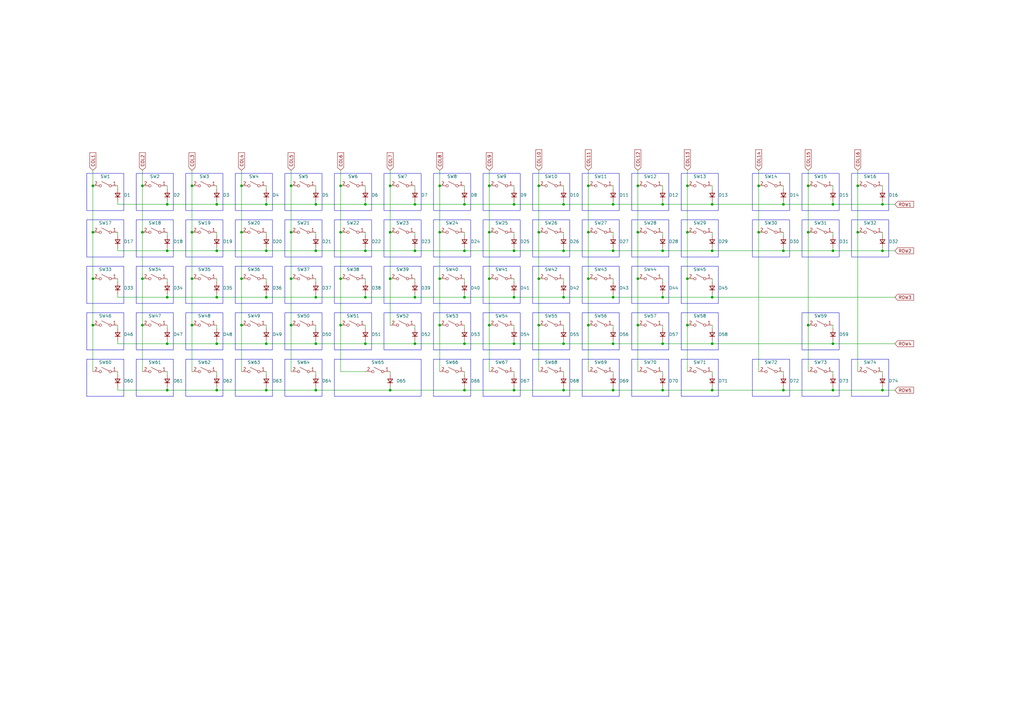
<source format=kicad_sch>
(kicad_sch (version 20230121) (generator eeschema)
  (paper "A3")
  (lib_symbols
    (symbol "Device:D_Small" (pin_numbers hide) (pin_names (offset 0.254) hide)
      (property "Reference" "D" (at -1.27 2.032 0))
      (property "Value" "D_Small" (at -3.81 -2.032 0))
      (symbol "D_Small_1_1"
        (pin passive line (at -2.54 0 0) (length 1.778) (name "K") (number "1"))
        (pin passive line (at 2.54 0 180) (length 1.778) (name "A") (number "2"))
      )
    )
    (symbol "Switch:SW_SPST" (pin_names (offset 0) hide)
      (property "Reference" "SW" (at 0 3.175 0))
      (property "Value" "SW_SPST" (at 0 -2.54 0))
      (symbol "SW_SPST_1_1"
        (pin passive line (at -5.08 0 0) (length 2.54) (name "A") (number "1"))
        (pin passive line (at 5.08 0 180) (length 2.54) (name "B") (number "2"))
      )
    )
  )
  (junction (at 271.78 140.97))
  (junction (at 210.82 83.82))
  (junction (at 251.46 102.87))
  (junction (at 149.86 102.87))
  (junction (at 271.78 121.92))
  (junction (at 190.5 140.97))
  (junction (at 68.58 160.02))
  (junction (at 160.02 76.2))
  (junction (at 58.42 114.3))
  (junction (at 251.46 83.82))
  (junction (at 119.38 114.3))
  (junction (at 261.62 114.3))
  (junction (at 88.9 102.87))
  (junction (at 58.42 95.25))
  (junction (at 361.95 83.82))
  (junction (at 231.14 102.87))
  (junction (at 170.18 140.97))
  (junction (at 109.22 160.02))
  (junction (at 88.9 121.92))
  (junction (at 361.95 160.02))
  (junction (at 321.31 160.02))
  (junction (at 149.86 83.82))
  (junction (at 241.3 76.2))
  (junction (at 210.82 102.87))
  (junction (at 271.78 160.02))
  (junction (at 292.1 83.82))
  (junction (at 129.54 160.02))
  (junction (at 220.98 114.3))
  (junction (at 78.74 114.3))
  (junction (at 190.5 102.87))
  (junction (at 210.82 140.97))
  (junction (at 241.3 114.3))
  (junction (at 68.58 83.82))
  (junction (at 38.1 76.2))
  (junction (at 292.1 140.97))
  (junction (at 251.46 121.92))
  (junction (at 292.1 121.92))
  (junction (at 38.1 133.35))
  (junction (at 170.18 121.92))
  (junction (at 129.54 102.87))
  (junction (at 220.98 76.2))
  (junction (at 180.34 133.35))
  (junction (at 38.1 95.25))
  (junction (at 99.06 95.25))
  (junction (at 200.66 114.3))
  (junction (at 88.9 140.97))
  (junction (at 170.18 83.82))
  (junction (at 341.63 160.02))
  (junction (at 78.74 95.25))
  (junction (at 231.14 121.92))
  (junction (at 200.66 133.35))
  (junction (at 160.02 160.02))
  (junction (at 241.3 95.25))
  (junction (at 68.58 121.92))
  (junction (at 341.63 102.87))
  (junction (at 251.46 160.02))
  (junction (at 271.78 83.82))
  (junction (at 351.79 95.25))
  (junction (at 99.06 133.35))
  (junction (at 231.14 83.82))
  (junction (at 292.1 160.02))
  (junction (at 88.9 160.02))
  (junction (at 109.22 83.82))
  (junction (at 58.42 133.35))
  (junction (at 99.06 114.3))
  (junction (at 261.62 133.35))
  (junction (at 170.18 102.87))
  (junction (at 160.02 114.3))
  (junction (at 271.78 102.87))
  (junction (at 139.7 76.2))
  (junction (at 180.34 114.3))
  (junction (at 311.15 76.2))
  (junction (at 78.74 133.35))
  (junction (at 292.1 102.87))
  (junction (at 220.98 133.35))
  (junction (at 200.66 95.25))
  (junction (at 331.47 133.35))
  (junction (at 281.94 133.35))
  (junction (at 88.9 83.82))
  (junction (at 190.5 121.92))
  (junction (at 38.1 114.3))
  (junction (at 190.5 160.02))
  (junction (at 200.66 76.2))
  (junction (at 149.86 121.92))
  (junction (at 58.42 76.2))
  (junction (at 220.98 95.25))
  (junction (at 109.22 140.97))
  (junction (at 231.14 160.02))
  (junction (at 180.34 76.2))
  (junction (at 109.22 102.87))
  (junction (at 180.34 95.25))
  (junction (at 68.58 140.97))
  (junction (at 129.54 121.92))
  (junction (at 331.47 76.2))
  (junction (at 361.95 102.87))
  (junction (at 190.5 83.82))
  (junction (at 341.63 140.97))
  (junction (at 119.38 95.25))
  (junction (at 149.86 140.97))
  (junction (at 129.54 140.97))
  (junction (at 231.14 140.97))
  (junction (at 311.15 95.25))
  (junction (at 261.62 76.2))
  (junction (at 331.47 95.25))
  (junction (at 129.54 83.82))
  (junction (at 261.62 95.25))
  (junction (at 241.3 133.35))
  (junction (at 99.06 76.2))
  (junction (at 281.94 76.2))
  (junction (at 321.31 102.87))
  (junction (at 78.74 76.2))
  (junction (at 160.02 95.25))
  (junction (at 351.79 76.2))
  (junction (at 210.82 121.92))
  (junction (at 139.7 95.25))
  (junction (at 281.94 95.25))
  (junction (at 139.7 114.3))
  (junction (at 251.46 140.97))
  (junction (at 68.58 102.87))
  (junction (at 341.63 83.82))
  (junction (at 119.38 133.35))
  (junction (at 281.94 114.3))
  (junction (at 321.31 83.82))
  (junction (at 109.22 121.92))
  (junction (at 119.38 76.2))
  (junction (at 139.7 133.35))
  (junction (at 210.82 160.02))
  (wire (pts (xy 68.58 134.62) (xy 68.58 133.35)))
  (wire (pts (xy 251.46 134.62) (xy 251.46 133.35)))
  (wire (pts (xy 119.38 114.3) (xy 119.38 133.35)))
  (wire (pts (xy 38.1 95.25) (xy 38.1 114.3)))
  (wire (pts (xy 231.14 140.97) (xy 251.46 140.97)))
  (wire (pts (xy 210.82 115.57) (xy 210.82 114.3)))
  (wire (pts (xy 160.02 95.25) (xy 160.02 114.3)))
  (wire (pts (xy 129.54 102.87) (xy 149.86 102.87)))
  (wire (pts (xy 109.22 134.62) (xy 109.22 133.35)))
  (wire (pts (xy 220.98 133.35) (xy 220.98 152.4)))
  (wire (pts (xy 361.95 102.87) (xy 367.03 102.87)))
  (wire (pts (xy 251.46 96.52) (xy 251.46 95.25)))
  (wire (pts (xy 190.5 153.67) (xy 190.5 152.4)))
  (wire (pts (xy 210.82 77.47) (xy 210.82 76.2)))
  (wire (pts (xy 361.95 102.87) (xy 361.95 101.6)))
  (wire (pts (xy 119.38 76.2) (xy 119.38 95.25)))
  (wire (pts (xy 341.63 83.82) (xy 361.95 83.82)))
  (wire (pts (xy 292.1 96.52) (xy 292.1 95.25)))
  (wire (pts (xy 160.02 160.02) (xy 160.02 158.75)))
  (wire (pts (xy 321.31 83.82) (xy 321.31 82.55)))
  (wire (pts (xy 109.22 160.02) (xy 109.22 158.75)))
  (wire (pts (xy 341.63 140.97) (xy 367.03 140.97)))
  (wire (pts (xy 341.63 96.52) (xy 341.63 95.25)))
  (wire (pts (xy 220.98 76.2) (xy 220.98 95.25)))
  (wire (pts (xy 251.46 121.92) (xy 251.46 120.65)))
  (wire (pts (xy 210.82 121.92) (xy 210.82 120.65)))
  (wire (pts (xy 200.66 69.85) (xy 200.66 76.2)))
  (wire (pts (xy 231.14 83.82) (xy 231.14 82.55)))
  (wire (pts (xy 220.98 69.85) (xy 220.98 76.2)))
  (wire (pts (xy 149.86 121.92) (xy 149.86 120.65)))
  (wire (pts (xy 321.31 96.52) (xy 321.31 95.25)))
  (wire (pts (xy 48.26 134.62) (xy 48.26 133.35)))
  (wire (pts (xy 58.42 114.3) (xy 58.42 133.35)))
  (wire (pts (xy 261.62 133.35) (xy 261.62 152.4)))
  (wire (pts (xy 251.46 140.97) (xy 271.78 140.97)))
  (wire (pts (xy 180.34 95.25) (xy 180.34 114.3)))
  (wire (pts (xy 48.26 160.02) (xy 68.58 160.02)))
  (wire (pts (xy 129.54 140.97) (xy 129.54 139.7)))
  (wire (pts (xy 109.22 115.57) (xy 109.22 114.3)))
  (wire (pts (xy 139.7 95.25) (xy 139.7 114.3)))
  (wire (pts (xy 48.26 115.57) (xy 48.26 114.3)))
  (wire (pts (xy 200.66 76.2) (xy 200.66 95.25)))
  (wire (pts (xy 129.54 160.02) (xy 129.54 158.75)))
  (wire (pts (xy 251.46 140.97) (xy 251.46 139.7)))
  (wire (pts (xy 341.63 160.02) (xy 361.95 160.02)))
  (wire (pts (xy 311.15 95.25) (xy 311.15 152.4)))
  (wire (pts (xy 109.22 121.92) (xy 109.22 120.65)))
  (wire (pts (xy 200.66 95.25) (xy 200.66 114.3)))
  (wire (pts (xy 210.82 153.67) (xy 210.82 152.4)))
  (wire (pts (xy 190.5 160.02) (xy 210.82 160.02)))
  (wire (pts (xy 78.74 69.85) (xy 78.74 76.2)))
  (wire (pts (xy 210.82 121.92) (xy 231.14 121.92)))
  (wire (pts (xy 271.78 83.82) (xy 271.78 82.55)))
  (wire (pts (xy 292.1 121.92) (xy 292.1 120.65)))
  (wire (pts (xy 351.79 69.85) (xy 351.79 76.2)))
  (wire (pts (xy 170.18 121.92) (xy 170.18 120.65)))
  (wire (pts (xy 88.9 77.47) (xy 88.9 76.2)))
  (wire (pts (xy 292.1 83.82) (xy 321.31 83.82)))
  (wire (pts (xy 231.14 83.82) (xy 251.46 83.82)))
  (wire (pts (xy 292.1 160.02) (xy 292.1 158.75)))
  (wire (pts (xy 68.58 83.82) (xy 68.58 82.55)))
  (wire (pts (xy 241.3 95.25) (xy 241.3 114.3)))
  (wire (pts (xy 271.78 83.82) (xy 292.1 83.82)))
  (wire (pts (xy 99.06 76.2) (xy 99.06 95.25)))
  (wire (pts (xy 129.54 153.67) (xy 129.54 152.4)))
  (wire (pts (xy 190.5 83.82) (xy 190.5 82.55)))
  (wire (pts (xy 271.78 96.52) (xy 271.78 95.25)))
  (wire (pts (xy 109.22 83.82) (xy 129.54 83.82)))
  (wire (pts (xy 129.54 121.92) (xy 129.54 120.65)))
  (wire (pts (xy 38.1 114.3) (xy 38.1 133.35)))
  (wire (pts (xy 109.22 102.87) (xy 129.54 102.87)))
  (wire (pts (xy 292.1 77.47) (xy 292.1 76.2)))
  (wire (pts (xy 210.82 102.87) (xy 231.14 102.87)))
  (wire (pts (xy 68.58 140.97) (xy 88.9 140.97)))
  (wire (pts (xy 160.02 69.85) (xy 160.02 76.2)))
  (wire (pts (xy 68.58 115.57) (xy 68.58 114.3)))
  (wire (pts (xy 68.58 121.92) (xy 68.58 120.65)))
  (wire (pts (xy 231.14 160.02) (xy 231.14 158.75)))
  (wire (pts (xy 149.86 77.47) (xy 149.86 76.2)))
  (wire (pts (xy 38.1 69.85) (xy 38.1 76.2)))
  (wire (pts (xy 170.18 83.82) (xy 190.5 83.82)))
  (wire (pts (xy 48.26 153.67) (xy 48.26 152.4)))
  (wire (pts (xy 48.26 83.82) (xy 48.26 82.55)))
  (wire (pts (xy 231.14 77.47) (xy 231.14 76.2)))
  (wire (pts (xy 129.54 121.92) (xy 149.86 121.92)))
  (wire (pts (xy 88.9 140.97) (xy 109.22 140.97)))
  (wire (pts (xy 129.54 96.52) (xy 129.54 95.25)))
  (wire (pts (xy 311.15 69.85) (xy 311.15 76.2)))
  (wire (pts (xy 361.95 77.47) (xy 361.95 76.2)))
  (wire (pts (xy 88.9 160.02) (xy 88.9 158.75)))
  (wire (pts (xy 321.31 102.87) (xy 341.63 102.87)))
  (wire (pts (xy 231.14 134.62) (xy 231.14 133.35)))
  (wire (pts (xy 271.78 121.92) (xy 271.78 120.65)))
  (wire (pts (xy 170.18 102.87) (xy 170.18 101.6)))
  (wire (pts (xy 68.58 77.47) (xy 68.58 76.2)))
  (wire (pts (xy 231.14 115.57) (xy 231.14 114.3)))
  (wire (pts (xy 180.34 76.2) (xy 180.34 95.25)))
  (wire (pts (xy 149.86 134.62) (xy 149.86 133.35)))
  (wire (pts (xy 190.5 102.87) (xy 190.5 101.6)))
  (wire (pts (xy 292.1 115.57) (xy 292.1 114.3)))
  (wire (pts (xy 321.31 83.82) (xy 341.63 83.82)))
  (wire (pts (xy 109.22 140.97) (xy 129.54 140.97)))
  (wire (pts (xy 261.62 114.3) (xy 261.62 133.35)))
  (wire (pts (xy 281.94 69.85) (xy 281.94 76.2)))
  (wire (pts (xy 341.63 140.97) (xy 341.63 139.7)))
  (wire (pts (xy 78.74 133.35) (xy 78.74 152.4)))
  (wire (pts (xy 292.1 160.02) (xy 321.31 160.02)))
  (wire (pts (xy 321.31 160.02) (xy 321.31 158.75)))
  (wire (pts (xy 129.54 140.97) (xy 149.86 140.97)))
  (wire (pts (xy 292.1 153.67) (xy 292.1 152.4)))
  (wire (pts (xy 68.58 121.92) (xy 88.9 121.92)))
  (wire (pts (xy 292.1 140.97) (xy 292.1 139.7)))
  (wire (pts (xy 231.14 121.92) (xy 251.46 121.92)))
  (wire (pts (xy 48.26 140.97) (xy 48.26 139.7)))
  (wire (pts (xy 251.46 115.57) (xy 251.46 114.3)))
  (wire (pts (xy 190.5 121.92) (xy 190.5 120.65)))
  (wire (pts (xy 231.14 102.87) (xy 251.46 102.87)))
  (wire (pts (xy 261.62 95.25) (xy 261.62 114.3)))
  (wire (pts (xy 271.78 134.62) (xy 271.78 133.35)))
  (wire (pts (xy 99.06 69.85) (xy 99.06 76.2)))
  (wire (pts (xy 292.1 102.87) (xy 321.31 102.87)))
  (wire (pts (xy 88.9 102.87) (xy 109.22 102.87)))
  (wire (pts (xy 361.95 153.67) (xy 361.95 152.4)))
  (wire (pts (xy 190.5 77.47) (xy 190.5 76.2)))
  (wire (pts (xy 149.86 152.4) (xy 139.7 152.4)))
  (wire (pts (xy 99.06 133.35) (xy 99.06 152.4)))
  (wire (pts (xy 190.5 160.02) (xy 190.5 158.75)))
  (wire (pts (xy 88.9 102.87) (xy 88.9 101.6)))
  (wire (pts (xy 129.54 102.87) (xy 129.54 101.6)))
  (wire (pts (xy 271.78 153.67) (xy 271.78 152.4)))
  (wire (pts (xy 351.79 95.25) (xy 351.79 152.4)))
  (wire (pts (xy 88.9 83.82) (xy 109.22 83.82)))
  (wire (pts (xy 200.66 133.35) (xy 200.66 152.4)))
  (wire (pts (xy 210.82 140.97) (xy 231.14 140.97)))
  (wire (pts (xy 190.5 102.87) (xy 210.82 102.87)))
  (wire (pts (xy 129.54 83.82) (xy 129.54 82.55)))
  (wire (pts (xy 48.26 121.92) (xy 68.58 121.92)))
  (wire (pts (xy 241.3 76.2) (xy 241.3 95.25)))
  (wire (pts (xy 321.31 153.67) (xy 321.31 152.4)))
  (wire (pts (xy 361.95 83.82) (xy 367.03 83.82)))
  (wire (pts (xy 88.9 121.92) (xy 109.22 121.92)))
  (wire (pts (xy 88.9 96.52) (xy 88.9 95.25)))
  (wire (pts (xy 341.63 134.62) (xy 341.63 133.35)))
  (wire (pts (xy 210.82 83.82) (xy 231.14 83.82)))
  (wire (pts (xy 271.78 102.87) (xy 271.78 101.6)))
  (wire (pts (xy 170.18 77.47) (xy 170.18 76.2)))
  (wire (pts (xy 190.5 83.82) (xy 210.82 83.82)))
  (wire (pts (xy 251.46 160.02) (xy 271.78 160.02)))
  (wire (pts (xy 241.3 69.85) (xy 241.3 76.2)))
  (wire (pts (xy 190.5 140.97) (xy 190.5 139.7)))
  (wire (pts (xy 88.9 160.02) (xy 109.22 160.02)))
  (wire (pts (xy 68.58 102.87) (xy 88.9 102.87)))
  (wire (pts (xy 160.02 114.3) (xy 160.02 133.35)))
  (wire (pts (xy 261.62 69.85) (xy 261.62 76.2)))
  (wire (pts (xy 109.22 140.97) (xy 109.22 139.7)))
  (wire (pts (xy 129.54 160.02) (xy 160.02 160.02)))
  (wire (pts (xy 139.7 76.2) (xy 139.7 95.25)))
  (wire (pts (xy 190.5 96.52) (xy 190.5 95.25)))
  (wire (pts (xy 68.58 160.02) (xy 88.9 160.02)))
  (wire (pts (xy 231.14 121.92) (xy 231.14 120.65)))
  (wire (pts (xy 129.54 83.82) (xy 149.86 83.82)))
  (wire (pts (xy 129.54 134.62) (xy 129.54 133.35)))
  (wire (pts (xy 149.86 140.97) (xy 170.18 140.97)))
  (wire (pts (xy 99.06 114.3) (xy 99.06 133.35)))
  (wire (pts (xy 88.9 140.97) (xy 88.9 139.7)))
  (wire (pts (xy 68.58 96.52) (xy 68.58 95.25)))
  (wire (pts (xy 58.42 76.2) (xy 58.42 95.25)))
  (wire (pts (xy 149.86 102.87) (xy 170.18 102.87)))
  (wire (pts (xy 210.82 134.62) (xy 210.82 133.35)))
  (wire (pts (xy 149.86 83.82) (xy 170.18 83.82)))
  (wire (pts (xy 119.38 95.25) (xy 119.38 114.3)))
  (wire (pts (xy 68.58 153.67) (xy 68.58 152.4)))
  (wire (pts (xy 68.58 140.97) (xy 68.58 139.7)))
  (wire (pts (xy 170.18 102.87) (xy 190.5 102.87)))
  (wire (pts (xy 109.22 153.67) (xy 109.22 152.4)))
  (wire (pts (xy 149.86 121.92) (xy 170.18 121.92)))
  (wire (pts (xy 129.54 115.57) (xy 129.54 114.3)))
  (wire (pts (xy 231.14 140.97) (xy 231.14 139.7)))
  (wire (pts (xy 361.95 160.02) (xy 367.03 160.02)))
  (wire (pts (xy 341.63 160.02) (xy 341.63 158.75)))
  (wire (pts (xy 281.94 95.25) (xy 281.94 114.3)))
  (wire (pts (xy 139.7 152.4) (xy 139.7 133.35)))
  (wire (pts (xy 109.22 83.82) (xy 109.22 82.55)))
  (wire (pts (xy 149.86 83.82) (xy 149.86 82.55)))
  (wire (pts (xy 210.82 160.02) (xy 210.82 158.75)))
  (wire (pts (xy 170.18 83.82) (xy 170.18 82.55)))
  (wire (pts (xy 361.95 96.52) (xy 361.95 95.25)))
  (wire (pts (xy 160.02 160.02) (xy 190.5 160.02)))
  (wire (pts (xy 68.58 160.02) (xy 68.58 158.75)))
  (wire (pts (xy 292.1 140.97) (xy 341.63 140.97)))
  (wire (pts (xy 292.1 121.92) (xy 367.03 121.92)))
  (wire (pts (xy 190.5 140.97) (xy 210.82 140.97)))
  (wire (pts (xy 271.78 115.57) (xy 271.78 114.3)))
  (wire (pts (xy 78.74 76.2) (xy 78.74 95.25)))
  (wire (pts (xy 231.14 153.67) (xy 231.14 152.4)))
  (wire (pts (xy 331.47 133.35) (xy 331.47 152.4)))
  (wire (pts (xy 231.14 160.02) (xy 251.46 160.02)))
  (wire (pts (xy 271.78 102.87) (xy 292.1 102.87)))
  (wire (pts (xy 231.14 96.52) (xy 231.14 95.25)))
  (wire (pts (xy 251.46 102.87) (xy 271.78 102.87)))
  (wire (pts (xy 170.18 96.52) (xy 170.18 95.25)))
  (wire (pts (xy 119.38 133.35) (xy 119.38 152.4)))
  (wire (pts (xy 48.26 102.87) (xy 68.58 102.87)))
  (wire (pts (xy 251.46 77.47) (xy 251.46 76.2)))
  (wire (pts (xy 78.74 114.3) (xy 78.74 133.35)))
  (wire (pts (xy 170.18 121.92) (xy 190.5 121.92)))
  (wire (pts (xy 251.46 83.82) (xy 251.46 82.55)))
  (wire (pts (xy 109.22 77.47) (xy 109.22 76.2)))
  (wire (pts (xy 210.82 83.82) (xy 210.82 82.55)))
  (wire (pts (xy 341.63 102.87) (xy 341.63 101.6)))
  (wire (pts (xy 48.26 77.47) (xy 48.26 76.2)))
  (wire (pts (xy 361.95 160.02) (xy 361.95 158.75)))
  (wire (pts (xy 220.98 95.25) (xy 220.98 114.3)))
  (wire (pts (xy 58.42 133.35) (xy 58.42 152.4)))
  (wire (pts (xy 241.3 133.35) (xy 241.3 152.4)))
  (wire (pts (xy 139.7 69.85) (xy 139.7 76.2)))
  (wire (pts (xy 220.98 114.3) (xy 220.98 133.35)))
  (wire (pts (xy 331.47 76.2) (xy 331.47 95.25)))
  (wire (pts (xy 88.9 83.82) (xy 88.9 82.55)))
  (wire (pts (xy 190.5 121.92) (xy 210.82 121.92)))
  (wire (pts (xy 180.34 133.35) (xy 180.34 152.4)))
  (wire (pts (xy 149.86 96.52) (xy 149.86 95.25)))
  (wire (pts (xy 271.78 140.97) (xy 292.1 140.97)))
  (wire (pts (xy 251.46 121.92) (xy 271.78 121.92)))
  (wire (pts (xy 149.86 115.57) (xy 149.86 114.3)))
  (wire (pts (xy 292.1 102.87) (xy 292.1 101.6)))
  (wire (pts (xy 78.74 95.25) (xy 78.74 114.3)))
  (wire (pts (xy 341.63 77.47) (xy 341.63 76.2)))
  (wire (pts (xy 292.1 83.82) (xy 292.1 82.55)))
  (wire (pts (xy 58.42 95.25) (xy 58.42 114.3)))
  (wire (pts (xy 200.66 114.3) (xy 200.66 133.35)))
  (wire (pts (xy 321.31 160.02) (xy 341.63 160.02)))
  (wire (pts (xy 271.78 160.02) (xy 271.78 158.75)))
  (wire (pts (xy 139.7 114.3) (xy 139.7 133.35)))
  (wire (pts (xy 210.82 96.52) (xy 210.82 95.25)))
  (wire (pts (xy 271.78 140.97) (xy 271.78 139.7)))
  (wire (pts (xy 48.26 96.52) (xy 48.26 95.25)))
  (wire (pts (xy 38.1 133.35) (xy 38.1 152.4)))
  (wire (pts (xy 292.1 134.62) (xy 292.1 133.35)))
  (wire (pts (xy 180.34 69.85) (xy 180.34 76.2)))
  (wire (pts (xy 170.18 134.62) (xy 170.18 133.35)))
  (wire (pts (xy 109.22 160.02) (xy 129.54 160.02)))
  (wire (pts (xy 68.58 83.82) (xy 88.9 83.82)))
  (wire (pts (xy 149.86 102.87) (xy 149.86 101.6)))
  (wire (pts (xy 271.78 121.92) (xy 292.1 121.92)))
  (wire (pts (xy 281.94 76.2) (xy 281.94 95.25)))
  (wire (pts (xy 180.34 114.3) (xy 180.34 133.35)))
  (wire (pts (xy 241.3 114.3) (xy 241.3 133.35)))
  (wire (pts (xy 210.82 140.97) (xy 210.82 139.7)))
  (wire (pts (xy 160.02 153.67) (xy 160.02 152.4)))
  (wire (pts (xy 160.02 76.2) (xy 160.02 95.25)))
  (wire (pts (xy 190.5 115.57) (xy 190.5 114.3)))
  (wire (pts (xy 88.9 115.57) (xy 88.9 114.3)))
  (wire (pts (xy 88.9 153.67) (xy 88.9 152.4)))
  (wire (pts (xy 331.47 95.25) (xy 331.47 133.35)))
  (wire (pts (xy 38.1 76.2) (xy 38.1 95.25)))
  (wire (pts (xy 109.22 102.87) (xy 109.22 101.6)))
  (wire (pts (xy 271.78 77.47) (xy 271.78 76.2)))
  (wire (pts (xy 251.46 160.02) (xy 251.46 158.75)))
  (wire (pts (xy 58.42 69.85) (xy 58.42 76.2)))
  (wire (pts (xy 48.26 83.82) (xy 68.58 83.82)))
  (wire (pts (xy 311.15 76.2) (xy 311.15 95.25)))
  (wire (pts (xy 109.22 96.52) (xy 109.22 95.25)))
  (wire (pts (xy 109.22 121.92) (xy 129.54 121.92)))
  (wire (pts (xy 48.26 160.02) (xy 48.26 158.75)))
  (wire (pts (xy 321.31 77.47) (xy 321.31 76.2)))
  (wire (pts (xy 170.18 140.97) (xy 170.18 139.7)))
  (wire (pts (xy 99.06 95.25) (xy 99.06 114.3)))
  (wire (pts (xy 351.79 76.2) (xy 351.79 95.25)))
  (wire (pts (xy 341.63 102.87) (xy 361.95 102.87)))
  (wire (pts (xy 68.58 102.87) (xy 68.58 101.6)))
  (wire (pts (xy 231.14 102.87) (xy 231.14 101.6)))
  (wire (pts (xy 251.46 153.67) (xy 251.46 152.4)))
  (wire (pts (xy 48.26 140.97) (xy 68.58 140.97)))
  (wire (pts (xy 88.9 121.92) (xy 88.9 120.65)))
  (wire (pts (xy 149.86 140.97) (xy 149.86 139.7)))
  (wire (pts (xy 321.31 102.87) (xy 321.31 101.6)))
  (wire (pts (xy 361.95 83.82) (xy 361.95 82.55)))
  (wire (pts (xy 190.5 134.62) (xy 190.5 133.35)))
  (wire (pts (xy 251.46 83.82) (xy 271.78 83.82)))
  (wire (pts (xy 341.63 83.82) (xy 341.63 82.55)))
  (wire (pts (xy 281.94 114.3) (xy 281.94 133.35)))
  (wire (pts (xy 170.18 115.57) (xy 170.18 114.3)))
  (wire (pts (xy 48.26 102.87) (xy 48.26 101.6)))
  (wire (pts (xy 210.82 160.02) (xy 231.14 160.02)))
  (wire (pts (xy 119.38 69.85) (xy 119.38 76.2)))
  (wire (pts (xy 271.78 160.02) (xy 292.1 160.02)))
  (wire (pts (xy 170.18 140.97) (xy 190.5 140.97)))
  (wire (pts (xy 129.54 77.47) (xy 129.54 76.2)))
  (wire (pts (xy 341.63 153.67) (xy 341.63 152.4)))
  (wire (pts (xy 88.9 134.62) (xy 88.9 133.35)))
  (wire (pts (xy 48.26 121.92) (xy 48.26 120.65)))
  (wire (pts (xy 331.47 69.85) (xy 331.47 76.2)))
  (wire (pts (xy 261.62 76.2) (xy 261.62 95.25)))
  (wire (pts (xy 251.46 102.87) (xy 251.46 101.6)))
  (wire (pts (xy 210.82 102.87) (xy 210.82 101.6)))
  (wire (pts (xy 281.94 133.35) (xy 281.94 152.4)))
  (rectangle (start 218.44 128.27) (end 233.68 143.51))
  (rectangle (start 55.88 90.17) (end 71.12 105.41))
  (rectangle (start 177.8 128.27) (end 193.04 143.51))
  (rectangle (start 157.48 90.17) (end 172.72 105.41))
  (rectangle (start 76.2 109.22) (end 91.44 124.46))
  (rectangle (start 177.8 147.32) (end 193.04 162.56))
  (rectangle (start 238.76 147.32) (end 254 162.56))
  (rectangle (start 198.12 109.22) (end 213.36 124.46))
  (rectangle (start 76.2 71.12) (end 91.44 86.36))
  (rectangle (start 35.56 147.32) (end 50.8 162.56))
  (rectangle (start 137.16 90.17) (end 152.4 105.41))
  (rectangle (start 328.93 90.17) (end 344.17 105.41))
  (rectangle (start 96.52 128.27) (end 111.76 143.51))
  (rectangle (start 177.8 90.17) (end 193.04 105.41))
  (rectangle (start 198.12 128.27) (end 213.36 143.51))
  (rectangle (start 259.08 90.17) (end 274.32 105.41))
  (rectangle (start 137.16 147.32) (end 172.72 162.56))
  (rectangle (start 157.48 128.27) (end 172.72 143.51))
  (rectangle (start 308.61 71.12) (end 323.85 86.36))
  (rectangle (start 96.52 109.22) (end 111.76 124.46))
  (rectangle (start 279.4 128.27) (end 294.64 143.51))
  (rectangle (start 116.84 109.22) (end 132.08 124.46))
  (rectangle (start 238.76 71.12) (end 254 86.36))
  (rectangle (start 259.08 147.32) (end 274.32 162.56))
  (rectangle (start 35.56 71.12) (end 50.8 86.36))
  (rectangle (start 218.44 71.12) (end 233.68 86.36))
  (rectangle (start 76.2 128.27) (end 91.44 143.51))
  (rectangle (start 116.84 128.27) (end 132.08 143.51))
  (rectangle (start 238.76 128.27) (end 254 143.51))
  (rectangle (start 157.48 109.22) (end 172.72 124.46))
  (rectangle (start 177.8 109.22) (end 193.04 124.46))
  (rectangle (start 198.12 71.12) (end 213.36 86.36))
  (rectangle (start 238.76 90.17) (end 254 105.41))
  (rectangle (start 308.61 147.32) (end 323.85 162.56))
  (rectangle (start 116.84 90.17) (end 132.08 105.41))
  (rectangle (start 76.2 90.17) (end 91.44 105.41))
  (rectangle (start 35.56 109.22) (end 50.8 124.46))
  (rectangle (start 218.44 90.17) (end 233.68 105.41))
  (rectangle (start 349.25 71.12) (end 364.49 86.36))
  (rectangle (start 137.16 109.22) (end 152.4 124.46))
  (rectangle (start 55.88 147.32) (end 71.12 162.56))
  (rectangle (start 116.84 71.12) (end 132.08 86.36))
  (rectangle (start 218.44 109.22) (end 233.68 124.46))
  (rectangle (start 328.93 128.27) (end 344.17 143.51))
  (rectangle (start 279.4 71.12) (end 294.64 86.36))
  (rectangle (start 35.56 90.17) (end 50.8 105.41))
  (rectangle (start 96.52 71.12) (end 111.76 86.36))
  (rectangle (start 279.4 109.22) (end 294.64 124.46))
  (rectangle (start 238.76 109.22) (end 254 124.46))
  (rectangle (start 116.84 147.32) (end 132.08 162.56))
  (rectangle (start 259.08 71.12) (end 274.32 86.36))
  (rectangle (start 279.4 147.32) (end 294.64 162.56))
  (rectangle (start 198.12 147.32) (end 213.36 162.56))
  (rectangle (start 328.93 147.32) (end 344.17 162.56))
  (rectangle (start 55.88 128.27) (end 71.12 143.51))
  (rectangle (start 137.16 71.12) (end 152.4 86.36))
  (rectangle (start 349.25 90.17) (end 364.49 105.41))
  (rectangle (start 177.8 71.12) (end 193.04 86.36))
  (rectangle (start 349.25 147.32) (end 364.49 162.56))
  (rectangle (start 35.56 128.27) (end 50.8 143.51))
  (rectangle (start 328.93 71.12) (end 344.17 86.36))
  (rectangle (start 198.12 90.17) (end 213.36 105.41))
  (rectangle (start 259.08 109.22) (end 274.32 124.46))
  (rectangle (start 76.2 147.32) (end 91.44 162.56))
  (rectangle (start 259.08 128.27) (end 274.32 143.51))
  (rectangle (start 218.44 147.32) (end 233.68 162.56))
  (rectangle (start 308.61 90.17) (end 323.85 105.41))
  (rectangle (start 55.88 109.22) (end 71.12 124.46))
  (rectangle (start 96.52 147.32) (end 111.76 162.56))
  (rectangle (start 137.16 128.27) (end 152.4 143.51))
  (rectangle (start 55.88 71.12) (end 71.12 86.36))
  (rectangle (start 279.4 90.17) (end 294.64 105.41))
  (rectangle (start 96.52 90.17) (end 111.76 105.41))
  (rectangle (start 157.48 71.12) (end 172.72 86.36))
  (global_label "COL5" (shape input) (at 119.38 69.85 90) (property "Intersheetrefs" "${INTERSHEET_REFS}" (effects hide)))
  (global_label "ROW1" (shape input) (at 367.03 83.82 0) (property "Intersheetrefs" "${INTERSHEET_REFS}" (effects hide)))
  (global_label "COL16" (shape input) (at 351.79 69.85 90) (property "Intersheetrefs" "${INTERSHEET_REFS}" (effects hide)))
  (global_label "ROW5" (shape input) (at 367.03 160.02 0) (property "Intersheetrefs" "${INTERSHEET_REFS}" (effects hide)))
  (global_label "COL8" (shape input) (at 180.34 69.85 90) (property "Intersheetrefs" "${INTERSHEET_REFS}" (effects hide)))
  (global_label "ROW3" (shape input) (at 367.03 121.92 0) (property "Intersheetrefs" "${INTERSHEET_REFS}" (effects hide)))
  (global_label "COL15" (shape input) (at 331.47 69.85 90) (property "Intersheetrefs" "${INTERSHEET_REFS}" (effects hide)))
  (global_label "COL2" (shape input) (at 58.42 69.85 90) (property "Intersheetrefs" "${INTERSHEET_REFS}" (effects hide)))
  (global_label "ROW2" (shape input) (at 367.03 102.87 0) (property "Intersheetrefs" "${INTERSHEET_REFS}" (effects hide)))
  (global_label "COL14" (shape input) (at 311.15 69.85 90) (property "Intersheetrefs" "${INTERSHEET_REFS}" (effects hide)))
  (global_label "COL11" (shape input) (at 241.3 69.85 90) (property "Intersheetrefs" "${INTERSHEET_REFS}" (effects hide)))
  (global_label "COL7" (shape input) (at 160.02 69.85 90) (property "Intersheetrefs" "${INTERSHEET_REFS}" (effects hide)))
  (global_label "COL4" (shape input) (at 99.06 69.85 90) (property "Intersheetrefs" "${INTERSHEET_REFS}" (effects hide)))
  (global_label "ROW4" (shape input) (at 367.03 140.97 0) (property "Intersheetrefs" "${INTERSHEET_REFS}" (effects hide)))
  (global_label "COL1" (shape input) (at 38.1 69.85 90) (property "Intersheetrefs" "${INTERSHEET_REFS}" (effects hide)))
  (global_label "COL13" (shape input) (at 281.94 69.85 90) (property "Intersheetrefs" "${INTERSHEET_REFS}" (effects hide)))
  (global_label "COL12" (shape input) (at 261.62 69.85 90) (property "Intersheetrefs" "${INTERSHEET_REFS}" (effects hide)))
  (global_label "COL3" (shape input) (at 78.74 69.85 90) (property "Intersheetrefs" "${INTERSHEET_REFS}" (effects hide)))
  (global_label "COL10" (shape input) (at 220.98 69.85 90) (property "Intersheetrefs" "${INTERSHEET_REFS}" (effects hide)))
  (global_label "COL6" (shape input) (at 139.7 69.85 90) (property "Intersheetrefs" "${INTERSHEET_REFS}" (effects hide)))
  (global_label "COL9" (shape input) (at 200.66 69.85 90) (property "Intersheetrefs" "${INTERSHEET_REFS}" (effects hide)))
  (symbol (lib_id "Switch:SW_SPST") (at 104.14 133.35 0) (mirror y) (unit 1)
    (property "Reference" "SW49" (at 104.14 129.54 0))
    (property "Value" "SW_SPST" (effects hide))
    (property "Footprint" "glyph:CherryMX_Hotswap-Solderable_1u" (effects hide))
    (property "LCSC" "C5156480" (effects hide))
  )
  (symbol (lib_id "Device:D_Small") (at 321.31 80.01 90) (unit 1)
    (property "Reference" "D14" (at 323.85 80.01 90) (effects (justify right)))
    (property "Value" "D" (effects hide))
    (property "Footprint" "Diode_SMD:D_SOD-123" (effects hide))
    (property "Sim.Device" "D" (effects hide))
    (property "Sim.Pins" "1=K 2=A" (effects hide))
    (property "LCSC" "C81598" (effects hide))
  )
  (symbol (lib_id "Device:D_Small") (at 109.22 80.01 90) (unit 1)
    (property "Reference" "D4" (at 111.76 80.01 90) (effects (justify right)))
    (property "Value" "D" (effects hide))
    (property "Footprint" "Diode_SMD:D_SOD-123" (effects hide))
    (property "Sim.Device" "D" (effects hide))
    (property "Sim.Pins" "1=K 2=A" (effects hide))
    (property "LCSC" "C81598" (effects hide))
  )
  (symbol (lib_id "Switch:SW_SPST") (at 124.46 95.25 0) (mirror y) (unit 1)
    (property "Reference" "SW21" (at 124.46 91.44 0))
    (property "Value" "SW_SPST" (effects hide))
    (property "Footprint" "glyph:CherryMX_Hotswap-Solderable_1u" (effects hide))
    (property "LCSC" "C5156480" (effects hide))
  )
  (symbol (lib_id "Switch:SW_SPST") (at 104.14 114.3 0) (mirror y) (unit 1)
    (property "Reference" "SW36" (at 104.14 110.49 0))
    (property "Value" "SW_SPST" (effects hide))
    (property "Footprint" "glyph:CherryMX_Hotswap-Solderable_1u" (effects hide))
    (property "LCSC" "C5156480" (effects hide))
  )
  (symbol (lib_id "Switch:SW_SPST") (at 246.38 114.3 0) (mirror y) (unit 1)
    (property "Reference" "SW43" (at 246.38 110.49 0))
    (property "Value" "SW_SPST" (effects hide))
    (property "Footprint" "glyph:CherryMX_Hotswap-Solderable_1u" (effects hide))
    (property "LCSC" "C5156480" (effects hide))
  )
  (symbol (lib_id "Device:D_Small") (at 68.58 137.16 90) (unit 1)
    (property "Reference" "D47" (at 71.12 137.16 90) (effects (justify right)))
    (property "Value" "D" (effects hide))
    (property "Footprint" "Diode_SMD:D_SOD-123" (effects hide))
    (property "Sim.Device" "D" (effects hide))
    (property "Sim.Pins" "1=K 2=A" (effects hide))
    (property "LCSC" "C81598" (effects hide))
  )
  (symbol (lib_id "Device:D_Small") (at 68.58 99.06 90) (unit 1)
    (property "Reference" "D18" (at 71.12 99.06 90) (effects (justify right)))
    (property "Value" "D" (effects hide))
    (property "Footprint" "Diode_SMD:D_SOD-123" (effects hide))
    (property "Sim.Device" "D" (effects hide))
    (property "Sim.Pins" "1=K 2=A" (effects hide))
    (property "LCSC" "C81598" (effects hide))
  )
  (symbol (lib_id "Device:D_Small") (at 231.14 137.16 90) (unit 1)
    (property "Reference" "D55" (at 233.68 137.16 90) (effects (justify right)))
    (property "Value" "D" (effects hide))
    (property "Footprint" "Diode_SMD:D_SOD-123" (effects hide))
    (property "Sim.Device" "D" (effects hide))
    (property "Sim.Pins" "1=K 2=A" (effects hide))
    (property "LCSC" "C81598" (effects hide))
  )
  (symbol (lib_id "Device:D_Small") (at 361.95 156.21 90) (unit 1)
    (property "Reference" "D74" (at 364.49 156.21 90) (effects (justify right)))
    (property "Value" "D" (effects hide))
    (property "Footprint" "Diode_SMD:D_SOD-123" (effects hide))
    (property "Sim.Device" "D" (effects hide))
    (property "Sim.Pins" "1=K 2=A" (effects hide))
    (property "LCSC" "C81598" (effects hide))
  )
  (symbol (lib_id "Device:D_Small") (at 251.46 137.16 90) (unit 1)
    (property "Reference" "D56" (at 254 137.16 90) (effects (justify right)))
    (property "Value" "D" (effects hide))
    (property "Footprint" "Diode_SMD:D_SOD-123" (effects hide))
    (property "Sim.Device" "D" (effects hide))
    (property "Sim.Pins" "1=K 2=A" (effects hide))
    (property "LCSC" "C81598" (effects hide))
  )
  (symbol (lib_id "Switch:SW_SPST") (at 83.82 76.2 0) (mirror y) (unit 1)
    (property "Reference" "SW3" (at 83.82 72.39 0))
    (property "Value" "SW_SPST" (effects hide))
    (property "Footprint" "glyph:CherryMX_Hotswap-Solderable_1u" (effects hide))
    (property "LCSC" "C5156480" (effects hide))
  )
  (symbol (lib_id "Switch:SW_SPST") (at 226.06 114.3 0) (mirror y) (unit 1)
    (property "Reference" "SW42" (at 226.06 110.49 0))
    (property "Value" "SW_SPST" (effects hide))
    (property "Footprint" "glyph:CherryMX_Hotswap-Solderable_1u" (effects hide))
    (property "LCSC" "C5156480" (effects hide))
  )
  (symbol (lib_id "Device:D_Small") (at 88.9 156.21 90) (unit 1)
    (property "Reference" "D62" (at 91.44 156.21 90) (effects (justify right)))
    (property "Value" "D" (effects hide))
    (property "Footprint" "Diode_SMD:D_SOD-123" (effects hide))
    (property "Sim.Device" "D" (effects hide))
    (property "Sim.Pins" "1=K 2=A" (effects hide))
    (property "LCSC" "C81598" (effects hide))
  )
  (symbol (lib_id "Device:D_Small") (at 48.26 118.11 90) (unit 1)
    (property "Reference" "D33" (at 50.8 118.11 90) (effects (justify right)))
    (property "Value" "D" (effects hide))
    (property "Footprint" "Diode_SMD:D_SOD-123" (effects hide))
    (property "Sim.Device" "D" (effects hide))
    (property "Sim.Pins" "1=K 2=A" (effects hide))
    (property "LCSC" "C81598" (effects hide))
  )
  (symbol (lib_id "Switch:SW_SPST") (at 205.74 152.4 0) (mirror y) (unit 1)
    (property "Reference" "SW67" (at 205.74 148.59 0))
    (property "Value" "SW_SPST" (effects hide))
    (property "Footprint" "glyph:CherryMX_Hotswap-Solderable_1u" (effects hide))
    (property "LCSC" "C5156480" (effects hide))
  )
  (symbol (lib_id "Switch:SW_SPST") (at 266.7 152.4 0) (mirror y) (unit 1)
    (property "Reference" "SW70" (at 266.7 148.59 0))
    (property "Value" "SW_SPST" (effects hide))
    (property "Footprint" "glyph:CherryMX_Hotswap-Solderable_1u" (effects hide))
    (property "LCSC" "C5156480" (effects hide))
  )
  (symbol (lib_id "Device:D_Small") (at 190.5 137.16 90) (unit 1)
    (property "Reference" "D53" (at 193.04 137.16 90) (effects (justify right)))
    (property "Value" "D" (effects hide))
    (property "Footprint" "Diode_SMD:D_SOD-123" (effects hide))
    (property "Sim.Device" "D" (effects hide))
    (property "Sim.Pins" "1=K 2=A" (effects hide))
    (property "LCSC" "C81598" (effects hide))
  )
  (symbol (lib_id "Device:D_Small") (at 341.63 156.21 90) (unit 1)
    (property "Reference" "D73" (at 344.17 156.21 90) (effects (justify right)))
    (property "Value" "D" (effects hide))
    (property "Footprint" "Diode_SMD:D_SOD-123" (effects hide))
    (property "Sim.Device" "D" (effects hide))
    (property "Sim.Pins" "1=K 2=A" (effects hide))
    (property "LCSC" "C81598" (effects hide))
  )
  (symbol (lib_id "Device:D_Small") (at 129.54 156.21 90) (unit 1)
    (property "Reference" "D64" (at 132.08 156.21 90) (effects (justify right)))
    (property "Value" "D" (effects hide))
    (property "Footprint" "Diode_SMD:D_SOD-123" (effects hide))
    (property "Sim.Device" "D" (effects hide))
    (property "Sim.Pins" "1=K 2=A" (effects hide))
    (property "LCSC" "C81598" (effects hide))
  )
  (symbol (lib_id "Switch:SW_SPST") (at 63.5 152.4 0) (mirror y) (unit 1)
    (property "Reference" "SW61" (at 63.5 148.59 0))
    (property "Value" "SW_SPST" (effects hide))
    (property "Footprint" "glyph:CherryMX_Hotswap-Solderable_1u" (effects hide))
    (property "LCSC" "C5156480" (effects hide))
  )
  (symbol (lib_id "Device:D_Small") (at 341.63 80.01 90) (unit 1)
    (property "Reference" "D15" (at 344.17 80.01 90) (effects (justify right)))
    (property "Value" "D" (effects hide))
    (property "Footprint" "Diode_SMD:D_SOD-123" (effects hide))
    (property "Sim.Device" "D" (effects hide))
    (property "Sim.Pins" "1=K 2=A" (effects hide))
    (property "LCSC" "C81598" (effects hide))
  )
  (symbol (lib_id "Device:D_Small") (at 170.18 99.06 90) (unit 1)
    (property "Reference" "D23" (at 172.72 99.06 90) (effects (justify right)))
    (property "Value" "D" (effects hide))
    (property "Footprint" "Diode_SMD:D_SOD-123" (effects hide))
    (property "Sim.Device" "D" (effects hide))
    (property "Sim.Pins" "1=K 2=A" (effects hide))
    (property "LCSC" "C81598" (effects hide))
  )
  (symbol (lib_id "Switch:SW_SPST") (at 205.74 114.3 0) (mirror y) (unit 1)
    (property "Reference" "SW41" (at 205.74 110.49 0))
    (property "Value" "SW_SPST" (effects hide))
    (property "Footprint" "glyph:CherryMX_Hotswap-Solderable_1u" (effects hide))
    (property "LCSC" "C5156480" (effects hide))
  )
  (symbol (lib_id "Switch:SW_SPST") (at 43.18 133.35 0) (mirror y) (unit 1)
    (property "Reference" "SW46" (at 43.18 129.54 0))
    (property "Value" "SW_SPST" (effects hide))
    (property "Footprint" "glyph:CherryMX_Hotswap-Solderable_1u" (effects hide))
    (property "LCSC" "C5156480" (effects hide))
  )
  (symbol (lib_id "Device:D_Small") (at 160.02 156.21 90) (unit 1)
    (property "Reference" "D65" (at 162.56 156.21 90) (effects (justify right)))
    (property "Value" "D" (effects hide))
    (property "Footprint" "Diode_SMD:D_SOD-123" (effects hide))
    (property "Sim.Device" "D" (effects hide))
    (property "Sim.Pins" "1=K 2=A" (effects hide))
    (property "LCSC" "C81598" (effects hide))
  )
  (symbol (lib_id "Device:D_Small") (at 129.54 137.16 90) (unit 1)
    (property "Reference" "D50" (at 132.08 137.16 90) (effects (justify right)))
    (property "Value" "D" (effects hide))
    (property "Footprint" "Diode_SMD:D_SOD-123" (effects hide))
    (property "Sim.Device" "D" (effects hide))
    (property "Sim.Pins" "1=K 2=A" (effects hide))
    (property "LCSC" "C81598" (effects hide))
  )
  (symbol (lib_id "Switch:SW_SPST") (at 185.42 95.25 0) (mirror y) (unit 1)
    (property "Reference" "SW24" (at 185.42 91.44 0))
    (property "Value" "SW_SPST" (effects hide))
    (property "Footprint" "glyph:CherryMX_Hotswap-Solderable_1u" (effects hide))
    (property "LCSC" "C5156480" (effects hide))
  )
  (symbol (lib_id "Switch:SW_SPST") (at 356.87 95.25 0) (mirror y) (unit 1)
    (property "Reference" "SW32" (at 356.87 91.44 0))
    (property "Value" "SW_SPST" (effects hide))
    (property "Footprint" "glyph:CherryMX_Hotswap-Solderable_1u" (effects hide))
    (property "LCSC" "C5156480" (effects hide))
  )
  (symbol (lib_id "Device:D_Small") (at 88.9 80.01 90) (unit 1)
    (property "Reference" "D3" (at 91.44 80.01 90) (effects (justify right)))
    (property "Value" "D" (effects hide))
    (property "Footprint" "Diode_SMD:D_SOD-123" (effects hide))
    (property "Sim.Device" "D" (effects hide))
    (property "Sim.Pins" "1=K 2=A" (effects hide))
    (property "LCSC" "C81598" (effects hide))
  )
  (symbol (lib_id "Device:D_Small") (at 231.14 156.21 90) (unit 1)
    (property "Reference" "D68" (at 233.68 156.21 90) (effects (justify right)))
    (property "Value" "D" (effects hide))
    (property "Footprint" "Diode_SMD:D_SOD-123" (effects hide))
    (property "Sim.Device" "D" (effects hide))
    (property "Sim.Pins" "1=K 2=A" (effects hide))
    (property "LCSC" "C81598" (effects hide))
  )
  (symbol (lib_id "Switch:SW_SPST") (at 316.23 95.25 0) (mirror y) (unit 1)
    (property "Reference" "SW30" (at 316.23 91.44 0))
    (property "Value" "SW_SPST" (effects hide))
    (property "Footprint" "glyph:CherryMX_Hotswap-Solderable_1u" (effects hide))
    (property "LCSC" "C5156480" (effects hide))
  )
  (symbol (lib_id "Switch:SW_SPST") (at 336.55 76.2 0) (mirror y) (unit 1)
    (property "Reference" "SW15" (at 336.55 72.39 0))
    (property "Value" "SW_SPST" (effects hide))
    (property "Footprint" "glyph:CherryMX_Hotswap-Solderable_1u" (effects hide))
    (property "LCSC" "C5156480" (effects hide))
  )
  (symbol (lib_id "Switch:SW_SPST") (at 63.5 76.2 0) (mirror y) (unit 1)
    (property "Reference" "SW2" (at 63.5 72.39 0))
    (property "Value" "SW_SPST" (effects hide))
    (property "Footprint" "glyph:CherryMX_Hotswap-Solderable_1u" (effects hide))
    (property "LCSC" "C5156480" (effects hide))
  )
  (symbol (lib_id "Device:D_Small") (at 271.78 80.01 90) (unit 1)
    (property "Reference" "D12" (at 274.32 80.01 90) (effects (justify right)))
    (property "Value" "D" (effects hide))
    (property "Footprint" "Diode_SMD:D_SOD-123" (effects hide))
    (property "Sim.Device" "D" (effects hide))
    (property "Sim.Pins" "1=K 2=A" (effects hide))
    (property "LCSC" "C81598" (effects hide))
  )
  (symbol (lib_id "Device:D_Small") (at 292.1 137.16 90) (unit 1)
    (property "Reference" "D58" (at 294.64 137.16 90) (effects (justify right)))
    (property "Value" "D" (effects hide))
    (property "Footprint" "Diode_SMD:D_SOD-123" (effects hide))
    (property "Sim.Device" "D" (effects hide))
    (property "Sim.Pins" "1=K 2=A" (effects hide))
    (property "LCSC" "C81598" (effects hide))
  )
  (symbol (lib_id "Device:D_Small") (at 292.1 156.21 90) (unit 1)
    (property "Reference" "D71" (at 294.64 156.21 90) (effects (justify right)))
    (property "Value" "D" (effects hide))
    (property "Footprint" "Diode_SMD:D_SOD-123" (effects hide))
    (property "Sim.Device" "D" (effects hide))
    (property "Sim.Pins" "1=K 2=A" (effects hide))
    (property "LCSC" "C81598" (effects hide))
  )
  (symbol (lib_id "Device:D_Small") (at 109.22 156.21 90) (unit 1)
    (property "Reference" "D63" (at 111.76 156.21 90) (effects (justify right)))
    (property "Value" "D" (effects hide))
    (property "Footprint" "Diode_SMD:D_SOD-123" (effects hide))
    (property "Sim.Device" "D" (effects hide))
    (property "Sim.Pins" "1=K 2=A" (effects hide))
    (property "LCSC" "C81598" (effects hide))
  )
  (symbol (lib_id "Device:D_Small") (at 361.95 99.06 90) (unit 1)
    (property "Reference" "D32" (at 364.49 99.06 90) (effects (justify right)))
    (property "Value" "D" (effects hide))
    (property "Footprint" "Diode_SMD:D_SOD-123" (effects hide))
    (property "Sim.Device" "D" (effects hide))
    (property "Sim.Pins" "1=K 2=A" (effects hide))
    (property "LCSC" "C81598" (effects hide))
  )
  (symbol (lib_id "Switch:SW_SPST") (at 246.38 76.2 0) (mirror y) (unit 1)
    (property "Reference" "SW11" (at 246.38 72.39 0))
    (property "Value" "SW_SPST" (effects hide))
    (property "Footprint" "glyph:CherryMX_Hotswap-Solderable_1u" (effects hide))
    (property "LCSC" "C5156480" (effects hide))
  )
  (symbol (lib_id "Switch:SW_SPST") (at 63.5 114.3 0) (mirror y) (unit 1)
    (property "Reference" "SW34" (at 63.5 110.49 0))
    (property "Value" "SW_SPST" (effects hide))
    (property "Footprint" "glyph:CherryMX_Hotswap-Solderable_1u" (effects hide))
    (property "LCSC" "C5156480" (effects hide))
  )
  (symbol (lib_id "Switch:SW_SPST") (at 154.94 152.4 0) (mirror y) (unit 1)
    (property "Reference" "SW65" (at 154.94 148.59 0))
    (property "Value" "SW_SPST" (effects hide))
    (property "Footprint" "glyph:CherryMX_Hotswap-Solderable_2u" (effects hide))
    (property "LCSC" "C5156480" (effects hide))
  )
  (symbol (lib_id "Device:D_Small") (at 149.86 137.16 90) (unit 1)
    (property "Reference" "D51" (at 152.4 137.16 90) (effects (justify right)))
    (property "Value" "D" (effects hide))
    (property "Footprint" "Diode_SMD:D_SOD-123" (effects hide))
    (property "Sim.Device" "D" (effects hide))
    (property "Sim.Pins" "1=K 2=A" (effects hide))
    (property "LCSC" "C81598" (effects hide))
  )
  (symbol (lib_id "Switch:SW_SPST") (at 185.42 133.35 0) (mirror y) (unit 1)
    (property "Reference" "SW53" (at 185.42 129.54 0))
    (property "Value" "SW_SPST" (effects hide))
    (property "Footprint" "glyph:CherryMX_Hotswap-Solderable_1u" (effects hide))
    (property "LCSC" "C5156480" (effects hide))
  )
  (symbol (lib_id "Device:D_Small") (at 149.86 80.01 90) (unit 1)
    (property "Reference" "D6" (at 152.4 80.01 90) (effects (justify right)))
    (property "Value" "D" (effects hide))
    (property "Footprint" "Diode_SMD:D_SOD-123" (effects hide))
    (property "Sim.Device" "D" (effects hide))
    (property "Sim.Pins" "1=K 2=A" (effects hide))
    (property "LCSC" "C81598" (effects hide))
  )
  (symbol (lib_id "Device:D_Small") (at 251.46 80.01 90) (unit 1)
    (property "Reference" "D11" (at 254 80.01 90) (effects (justify right)))
    (property "Value" "D" (effects hide))
    (property "Footprint" "Diode_SMD:D_SOD-123" (effects hide))
    (property "Sim.Device" "D" (effects hide))
    (property "Sim.Pins" "1=K 2=A" (effects hide))
    (property "LCSC" "C81598" (effects hide))
  )
  (symbol (lib_id "Switch:SW_SPST") (at 336.55 152.4 0) (mirror y) (unit 1)
    (property "Reference" "SW73" (at 336.55 148.59 0))
    (property "Value" "SW_SPST" (effects hide))
    (property "Footprint" "glyph:CherryMX_Hotswap-Solderable_1u" (effects hide))
    (property "LCSC" "C5156480" (effects hide))
  )
  (symbol (lib_id "Device:D_Small") (at 170.18 80.01 90) (unit 1)
    (property "Reference" "D7" (at 172.72 80.01 90) (effects (justify right)))
    (property "Value" "D" (effects hide))
    (property "Footprint" "Diode_SMD:D_SOD-123" (effects hide))
    (property "Sim.Device" "D" (effects hide))
    (property "Sim.Pins" "1=K 2=A" (effects hide))
    (property "LCSC" "C81598" (effects hide))
  )
  (symbol (lib_id "Switch:SW_SPST") (at 336.55 133.35 0) (mirror y) (unit 1)
    (property "Reference" "SW59" (at 336.55 129.54 0))
    (property "Value" "SW_SPST" (effects hide))
    (property "Footprint" "glyph:CherryMX_Hotswap-Solderable_1u" (effects hide))
    (property "LCSC" "C5156480" (effects hide))
  )
  (symbol (lib_id "Device:D_Small") (at 68.58 118.11 90) (unit 1)
    (property "Reference" "D34" (at 71.12 118.11 90) (effects (justify right)))
    (property "Value" "D" (effects hide))
    (property "Footprint" "Diode_SMD:D_SOD-123" (effects hide))
    (property "Sim.Device" "D" (effects hide))
    (property "Sim.Pins" "1=K 2=A" (effects hide))
    (property "LCSC" "C81598" (effects hide))
  )
  (symbol (lib_id "Device:D_Small") (at 109.22 137.16 90) (unit 1)
    (property "Reference" "D49" (at 111.76 137.16 90) (effects (justify right)))
    (property "Value" "D" (effects hide))
    (property "Footprint" "Diode_SMD:D_SOD-123" (effects hide))
    (property "Sim.Device" "D" (effects hide))
    (property "Sim.Pins" "1=K 2=A" (effects hide))
    (property "LCSC" "C81598" (effects hide))
  )
  (symbol (lib_id "Device:D_Small") (at 210.82 118.11 90) (unit 1)
    (property "Reference" "D41" (at 213.36 118.11 90) (effects (justify right)))
    (property "Value" "D" (effects hide))
    (property "Footprint" "Diode_SMD:D_SOD-123" (effects hide))
    (property "Sim.Device" "D" (effects hide))
    (property "Sim.Pins" "1=K 2=A" (effects hide))
    (property "LCSC" "C81598" (effects hide))
  )
  (symbol (lib_id "Device:D_Small") (at 341.63 99.06 90) (unit 1)
    (property "Reference" "D31" (at 344.17 99.06 90) (effects (justify right)))
    (property "Value" "D" (effects hide))
    (property "Footprint" "Diode_SMD:D_SOD-123" (effects hide))
    (property "Sim.Device" "D" (effects hide))
    (property "Sim.Pins" "1=K 2=A" (effects hide))
    (property "LCSC" "C81598" (effects hide))
  )
  (symbol (lib_id "Switch:SW_SPST") (at 144.78 114.3 0) (mirror y) (unit 1)
    (property "Reference" "SW38" (at 144.78 110.49 0))
    (property "Value" "SW_SPST" (effects hide))
    (property "Footprint" "glyph:CherryMX_Hotswap-Solderable_1u" (effects hide))
    (property "LCSC" "C5156480" (effects hide))
  )
  (symbol (lib_id "Device:D_Small") (at 48.26 137.16 90) (unit 1)
    (property "Reference" "D46" (at 50.8 137.16 90) (effects (justify right)))
    (property "Value" "D" (effects hide))
    (property "Footprint" "Diode_SMD:D_SOD-123" (effects hide))
    (property "Sim.Device" "D" (effects hide))
    (property "Sim.Pins" "1=K 2=A" (effects hide))
    (property "LCSC" "C81598" (effects hide))
  )
  (symbol (lib_id "Switch:SW_SPST") (at 104.14 95.25 0) (mirror y) (unit 1)
    (property "Reference" "SW20" (at 104.14 91.44 0))
    (property "Value" "SW_SPST" (effects hide))
    (property "Footprint" "glyph:CherryMX_Hotswap-Solderable_1u" (effects hide))
    (property "LCSC" "C5156480" (effects hide))
  )
  (symbol (lib_id "Device:D_Small") (at 170.18 118.11 90) (unit 1)
    (property "Reference" "D39" (at 172.72 118.11 90) (effects (justify right)))
    (property "Value" "D" (effects hide))
    (property "Footprint" "Diode_SMD:D_SOD-123" (effects hide))
    (property "Sim.Device" "D" (effects hide))
    (property "Sim.Pins" "1=K 2=A" (effects hide))
    (property "LCSC" "C81598" (effects hide))
  )
  (symbol (lib_id "Switch:SW_SPST") (at 43.18 152.4 0) (mirror y) (unit 1)
    (property "Reference" "SW60" (at 43.18 148.59 0))
    (property "Value" "SW_SPST" (effects hide))
    (property "Footprint" "glyph:CherryMX_Hotswap-Solderable_1u" (effects hide))
    (property "LCSC" "C5156480" (effects hide))
  )
  (symbol (lib_id "Switch:SW_SPST") (at 104.14 152.4 0) (mirror y) (unit 1)
    (property "Reference" "SW63" (at 104.14 148.59 0))
    (property "Value" "SW_SPST" (effects hide))
    (property "Footprint" "glyph:CherryMX_Hotswap-Solderable_1u" (effects hide))
    (property "LCSC" "C5156480" (effects hide))
  )
  (symbol (lib_id "Switch:SW_SPST") (at 104.14 76.2 0) (mirror y) (unit 1)
    (property "Reference" "SW4" (at 104.14 72.39 0))
    (property "Value" "SW_SPST" (effects hide))
    (property "Footprint" "glyph:CherryMX_Hotswap-Solderable_1u" (effects hide))
    (property "LCSC" "C5156480" (effects hide))
  )
  (symbol (lib_id "Switch:SW_SPST") (at 287.02 114.3 0) (mirror y) (unit 1)
    (property "Reference" "SW45" (at 287.02 110.49 0))
    (property "Value" "SW_SPST" (effects hide))
    (property "Footprint" "glyph:CherryMX_Hotswap-Solderable_1u" (effects hide))
    (property "LCSC" "C5156480" (effects hide))
  )
  (symbol (lib_id "Device:D_Small") (at 88.9 99.06 90) (unit 1)
    (property "Reference" "D19" (at 91.44 99.06 90) (effects (justify right)))
    (property "Value" "D" (effects hide))
    (property "Footprint" "Diode_SMD:D_SOD-123" (effects hide))
    (property "Sim.Device" "D" (effects hide))
    (property "Sim.Pins" "1=K 2=A" (effects hide))
    (property "LCSC" "C81598" (effects hide))
  )
  (symbol (lib_id "Switch:SW_SPST") (at 43.18 95.25 0) (mirror y) (unit 1)
    (property "Reference" "SW17" (at 43.18 91.44 0))
    (property "Value" "SW_SPST" (effects hide))
    (property "Footprint" "glyph:CherryMX_Hotswap-Solderable_1u" (effects hide))
    (property "LCSC" "C5156480" (effects hide))
  )
  (symbol (lib_id "Switch:SW_SPST") (at 226.06 133.35 0) (mirror y) (unit 1)
    (property "Reference" "SW55" (at 226.06 129.54 0))
    (property "Value" "SW_SPST" (effects hide))
    (property "Footprint" "glyph:CherryMX_Hotswap-Solderable_1u" (effects hide))
    (property "LCSC" "C5156480" (effects hide))
  )
  (symbol (lib_id "Switch:SW_SPST") (at 356.87 76.2 0) (mirror y) (unit 1)
    (property "Reference" "SW16" (at 356.87 72.39 0))
    (property "Value" "SW_SPST" (effects hide))
    (property "Footprint" "glyph:CherryMX_Hotswap-Solderable_1u" (effects hide))
    (property "LCSC" "C5156480" (effects hide))
  )
  (symbol (lib_id "Device:D_Small") (at 321.31 156.21 90) (unit 1)
    (property "Reference" "D72" (at 323.85 156.21 90) (effects (justify right)))
    (property "Value" "D" (effects hide))
    (property "Footprint" "Diode_SMD:D_SOD-123" (effects hide))
    (property "Sim.Device" "D" (effects hide))
    (property "Sim.Pins" "1=K 2=A" (effects hide))
    (property "LCSC" "C81598" (effects hide))
  )
  (symbol (lib_id "Device:D_Small") (at 190.5 118.11 90) (unit 1)
    (property "Reference" "D40" (at 193.04 118.11 90) (effects (justify right)))
    (property "Value" "D" (effects hide))
    (property "Footprint" "Diode_SMD:D_SOD-123" (effects hide))
    (property "Sim.Device" "D" (effects hide))
    (property "Sim.Pins" "1=K 2=A" (effects hide))
    (property "LCSC" "C81598" (effects hide))
  )
  (symbol (lib_id "Switch:SW_SPST") (at 266.7 95.25 0) (mirror y) (unit 1)
    (property "Reference" "SW28" (at 266.7 91.44 0))
    (property "Value" "SW_SPST" (effects hide))
    (property "Footprint" "glyph:CherryMX_Hotswap-Solderable_1u" (effects hide))
    (property "LCSC" "C5156480" (effects hide))
  )
  (symbol (lib_id "Switch:SW_SPST") (at 63.5 133.35 0) (mirror y) (unit 1)
    (property "Reference" "SW47" (at 63.5 129.54 0))
    (property "Value" "SW_SPST" (effects hide))
    (property "Footprint" "glyph:CherryMX_Hotswap-Solderable_1u" (effects hide))
    (property "LCSC" "C5156480" (effects hide))
  )
  (symbol (lib_id "Switch:SW_SPST") (at 205.74 133.35 0) (mirror y) (unit 1)
    (property "Reference" "SW54" (at 205.74 129.54 0))
    (property "Value" "SW_SPST" (effects hide))
    (property "Footprint" "glyph:CherryMX_Hotswap-Solderable_1u" (effects hide))
    (property "LCSC" "C5156480" (effects hide))
  )
  (symbol (lib_id "Device:D_Small") (at 231.14 99.06 90) (unit 1)
    (property "Reference" "D26" (at 233.68 99.06 90) (effects (justify right)))
    (property "Value" "D" (effects hide))
    (property "Footprint" "Diode_SMD:D_SOD-123" (effects hide))
    (property "Sim.Device" "D" (effects hide))
    (property "Sim.Pins" "1=K 2=A" (effects hide))
    (property "LCSC" "C81598" (effects hide))
  )
  (symbol (lib_id "Switch:SW_SPST") (at 144.78 133.35 0) (mirror y) (unit 1)
    (property "Reference" "SW51" (at 144.78 129.54 0))
    (property "Value" "SW_SPST" (effects hide))
    (property "Footprint" "glyph:CherryMX_Hotswap-Solderable_1u" (effects hide))
    (property "LCSC" "C5156480" (effects hide))
  )
  (symbol (lib_id "Switch:SW_SPST") (at 287.02 133.35 0) (mirror y) (unit 1)
    (property "Reference" "SW58" (at 287.02 129.54 0))
    (property "Value" "SW_SPST" (effects hide))
    (property "Footprint" "glyph:CherryMX_Hotswap-Solderable_1u" (effects hide))
    (property "LCSC" "C5156480" (effects hide))
  )
  (symbol (lib_id "Switch:SW_SPST") (at 316.23 76.2 0) (mirror y) (unit 1)
    (property "Reference" "SW14" (at 316.23 72.39 0))
    (property "Value" "SW_SPST" (effects hide))
    (property "Footprint" "glyph:CherryMX_Hotswap-Solderable_1u" (effects hide))
    (property "LCSC" "C5156480" (effects hide))
  )
  (symbol (lib_id "Device:D_Small") (at 190.5 156.21 90) (unit 1)
    (property "Reference" "D66" (at 193.04 156.21 90) (effects (justify right)))
    (property "Value" "D" (effects hide))
    (property "Footprint" "Diode_SMD:D_SOD-123" (effects hide))
    (property "Sim.Device" "D" (effects hide))
    (property "Sim.Pins" "1=K 2=A" (effects hide))
    (property "LCSC" "C81598" (effects hide))
  )
  (symbol (lib_id "Device:D_Small") (at 231.14 118.11 90) (unit 1)
    (property "Reference" "D42" (at 233.68 118.11 90) (effects (justify right)))
    (property "Value" "D" (effects hide))
    (property "Footprint" "Diode_SMD:D_SOD-123" (effects hide))
    (property "Sim.Device" "D" (effects hide))
    (property "Sim.Pins" "1=K 2=A" (effects hide))
    (property "LCSC" "C81598" (effects hide))
  )
  (symbol (lib_id "Switch:SW_SPST") (at 144.78 76.2 0) (mirror y) (unit 1)
    (property "Reference" "SW6" (at 144.78 72.39 0))
    (property "Value" "SW_SPST" (effects hide))
    (property "Footprint" "glyph:CherryMX_Hotswap-Solderable_1u" (effects hide))
    (property "LCSC" "C5156480" (effects hide))
  )
  (symbol (lib_id "Switch:SW_SPST") (at 43.18 76.2 0) (mirror y) (unit 1)
    (property "Reference" "SW1" (at 43.18 72.39 0))
    (property "Value" "SW_SPST" (effects hide))
    (property "Footprint" "glyph:CherryMX_Hotswap-Solderable_1u" (effects hide))
    (property "LCSC" "C5156480" (effects hide))
  )
  (symbol (lib_id "Switch:SW_SPST") (at 165.1 95.25 0) (mirror y) (unit 1)
    (property "Reference" "SW23" (at 165.1 91.44 0))
    (property "Value" "SW_SPST" (effects hide))
    (property "Footprint" "glyph:CherryMX_Hotswap-Solderable_1u" (effects hide))
    (property "LCSC" "C5156480" (effects hide))
  )
  (symbol (lib_id "Switch:SW_SPST") (at 287.02 152.4 0) (mirror y) (unit 1)
    (property "Reference" "SW71" (at 287.02 148.59 0))
    (property "Value" "SW_SPST" (effects hide))
    (property "Footprint" "glyph:CherryMX_Hotswap-Solderable_1u" (effects hide))
    (property "LCSC" "C5156480" (effects hide))
  )
  (symbol (lib_id "Device:D_Small") (at 88.9 137.16 90) (unit 1)
    (property "Reference" "D48" (at 91.44 137.16 90) (effects (justify right)))
    (property "Value" "D" (effects hide))
    (property "Footprint" "Diode_SMD:D_SOD-123" (effects hide))
    (property "Sim.Device" "D" (effects hide))
    (property "Sim.Pins" "1=K 2=A" (effects hide))
    (property "LCSC" "C81598" (effects hide))
  )
  (symbol (lib_id "Device:D_Small") (at 271.78 99.06 90) (unit 1)
    (property "Reference" "D28" (at 274.32 99.06 90) (effects (justify right)))
    (property "Value" "D" (effects hide))
    (property "Footprint" "Diode_SMD:D_SOD-123" (effects hide))
    (property "Sim.Device" "D" (effects hide))
    (property "Sim.Pins" "1=K 2=A" (effects hide))
    (property "LCSC" "C81598" (effects hide))
  )
  (symbol (lib_id "Switch:SW_SPST") (at 185.42 152.4 0) (mirror y) (unit 1)
    (property "Reference" "SW66" (at 185.42 148.59 0))
    (property "Value" "SW_SPST" (effects hide))
    (property "Footprint" "glyph:CherryMX_Hotswap-Solderable_1u" (effects hide))
    (property "LCSC" "C5156480" (effects hide))
  )
  (symbol (lib_id "Device:D_Small") (at 271.78 156.21 90) (unit 1)
    (property "Reference" "D70" (at 274.32 156.21 90) (effects (justify right)))
    (property "Value" "D" (effects hide))
    (property "Footprint" "Diode_SMD:D_SOD-123" (effects hide))
    (property "Sim.Device" "D" (effects hide))
    (property "Sim.Pins" "1=K 2=A" (effects hide))
    (property "LCSC" "C81598" (effects hide))
  )
  (symbol (lib_id "Switch:SW_SPST") (at 205.74 76.2 0) (mirror y) (unit 1)
    (property "Reference" "SW9" (at 205.74 72.39 0))
    (property "Value" "SW_SPST" (effects hide))
    (property "Footprint" "glyph:CherryMX_Hotswap-Solderable_1u" (effects hide))
    (property "LCSC" "C5156480" (effects hide))
  )
  (symbol (lib_id "Switch:SW_SPST") (at 165.1 133.35 0) (mirror y) (unit 1)
    (property "Reference" "SW52" (at 165.1 129.54 0))
    (property "Value" "SW_SPST" (effects hide))
    (property "Footprint" "glyph:CherryMX_Hotswap-Solderable_1u" (effects hide))
    (property "LCSC" "C5156480" (effects hide))
  )
  (symbol (lib_id "Device:D_Small") (at 251.46 156.21 90) (unit 1)
    (property "Reference" "D69" (at 254 156.21 90) (effects (justify right)))
    (property "Value" "D" (effects hide))
    (property "Footprint" "Diode_SMD:D_SOD-123" (effects hide))
    (property "Sim.Device" "D" (effects hide))
    (property "Sim.Pins" "1=K 2=A" (effects hide))
    (property "LCSC" "C81598" (effects hide))
  )
  (symbol (lib_id "Device:D_Small") (at 129.54 118.11 90) (unit 1)
    (property "Reference" "D37" (at 132.08 118.11 90) (effects (justify right)))
    (property "Value" "D" (effects hide))
    (property "Footprint" "Diode_SMD:D_SOD-123" (effects hide))
    (property "Sim.Device" "D" (effects hide))
    (property "Sim.Pins" "1=K 2=A" (effects hide))
    (property "LCSC" "C81598" (effects hide))
  )
  (symbol (lib_id "Device:D_Small") (at 48.26 99.06 90) (unit 1)
    (property "Reference" "D17" (at 50.8 99.06 90) (effects (justify right)))
    (property "Value" "D" (effects hide))
    (property "Footprint" "Diode_SMD:D_SOD-123" (effects hide))
    (property "Sim.Device" "D" (effects hide))
    (property "Sim.Pins" "1=K 2=A" (effects hide))
    (property "LCSC" "C81598" (effects hide))
  )
  (symbol (lib_id "Device:D_Small") (at 210.82 156.21 90) (unit 1)
    (property "Reference" "D67" (at 213.36 156.21 90) (effects (justify right)))
    (property "Value" "D" (effects hide))
    (property "Footprint" "Diode_SMD:D_SOD-123" (effects hide))
    (property "Sim.Device" "D" (effects hide))
    (property "Sim.Pins" "1=K 2=A" (effects hide))
    (property "LCSC" "C81598" (effects hide))
  )
  (symbol (lib_id "Device:D_Small") (at 231.14 80.01 90) (unit 1)
    (property "Reference" "D10" (at 233.68 80.01 90) (effects (justify right)))
    (property "Value" "D" (effects hide))
    (property "Footprint" "Diode_SMD:D_SOD-123" (effects hide))
    (property "Sim.Device" "D" (effects hide))
    (property "Sim.Pins" "1=K 2=A" (effects hide))
    (property "LCSC" "C81598" (effects hide))
  )
  (symbol (lib_id "Device:D_Small") (at 170.18 137.16 90) (unit 1)
    (property "Reference" "D52" (at 172.72 137.16 90) (effects (justify right)))
    (property "Value" "D" (effects hide))
    (property "Footprint" "Diode_SMD:D_SOD-123" (effects hide))
    (property "Sim.Device" "D" (effects hide))
    (property "Sim.Pins" "1=K 2=A" (effects hide))
    (property "LCSC" "C81598" (effects hide))
  )
  (symbol (lib_id "Switch:SW_SPST") (at 124.46 114.3 0) (mirror y) (unit 1)
    (property "Reference" "SW37" (at 124.46 110.49 0))
    (property "Value" "SW_SPST" (effects hide))
    (property "Footprint" "glyph:CherryMX_Hotswap-Solderable_1u" (effects hide))
    (property "LCSC" "C5156480" (effects hide))
  )
  (symbol (lib_id "Switch:SW_SPST") (at 266.7 133.35 0) (mirror y) (unit 1)
    (property "Reference" "SW57" (at 266.7 129.54 0))
    (property "Value" "SW_SPST" (effects hide))
    (property "Footprint" "glyph:CherryMX_Hotswap-Solderable_1u" (effects hide))
    (property "LCSC" "C5156480" (effects hide))
  )
  (symbol (lib_id "Device:D_Small") (at 292.1 80.01 90) (unit 1)
    (property "Reference" "D13" (at 294.64 80.01 90) (effects (justify right)))
    (property "Value" "D" (effects hide))
    (property "Footprint" "Diode_SMD:D_SOD-123" (effects hide))
    (property "Sim.Device" "D" (effects hide))
    (property "Sim.Pins" "1=K 2=A" (effects hide))
    (property "LCSC" "C81598" (effects hide))
  )
  (symbol (lib_id "Switch:SW_SPST") (at 266.7 114.3 0) (mirror y) (unit 1)
    (property "Reference" "SW44" (at 266.7 110.49 0))
    (property "Value" "SW_SPST" (effects hide))
    (property "Footprint" "glyph:CherryMX_Hotswap-Solderable_1u" (effects hide))
    (property "LCSC" "C5156480" (effects hide))
  )
  (symbol (lib_id "Switch:SW_SPST") (at 83.82 152.4 0) (mirror y) (unit 1)
    (property "Reference" "SW62" (at 83.82 148.59 0))
    (property "Value" "SW_SPST" (effects hide))
    (property "Footprint" "glyph:CherryMX_Hotswap-Solderable_1u" (effects hide))
    (property "LCSC" "C5156480" (effects hide))
  )
  (symbol (lib_id "Device:D_Small") (at 109.22 118.11 90) (unit 1)
    (property "Reference" "D36" (at 111.76 118.11 90) (effects (justify right)))
    (property "Value" "D" (effects hide))
    (property "Footprint" "Diode_SMD:D_SOD-123" (effects hide))
    (property "Sim.Device" "D" (effects hide))
    (property "Sim.Pins" "1=K 2=A" (effects hide))
    (property "LCSC" "C81598" (effects hide))
  )
  (symbol (lib_id "Device:D_Small") (at 68.58 80.01 90) (unit 1)
    (property "Reference" "D2" (at 71.12 80.01 90) (effects (justify right)))
    (property "Value" "D" (effects hide))
    (property "Footprint" "Diode_SMD:D_SOD-123" (effects hide))
    (property "Sim.Device" "D" (effects hide))
    (property "Sim.Pins" "1=K 2=A" (effects hide))
    (property "LCSC" "C81598" (effects hide))
  )
  (symbol (lib_id "Switch:SW_SPST") (at 83.82 95.25 0) (mirror y) (unit 1)
    (property "Reference" "SW19" (at 83.82 91.44 0))
    (property "Value" "SW_SPST" (effects hide))
    (property "Footprint" "glyph:CherryMX_Hotswap-Solderable_1u" (effects hide))
    (property "LCSC" "C5156480" (effects hide))
  )
  (symbol (lib_id "Switch:SW_SPST") (at 83.82 133.35 0) (mirror y) (unit 1)
    (property "Reference" "SW48" (at 83.82 129.54 0))
    (property "Value" "SW_SPST" (effects hide))
    (property "Footprint" "glyph:CherryMX_Hotswap-Solderable_1u" (effects hide))
    (property "LCSC" "C5156480" (effects hide))
  )
  (symbol (lib_id "Switch:SW_SPST") (at 165.1 76.2 0) (mirror y) (unit 1)
    (property "Reference" "SW7" (at 165.1 72.39 0))
    (property "Value" "SW_SPST" (effects hide))
    (property "Footprint" "glyph:CherryMX_Hotswap-Solderable_1u" (effects hide))
    (property "LCSC" "C5156480" (effects hide))
  )
  (symbol (lib_id "Device:D_Small") (at 321.31 99.06 90) (unit 1)
    (property "Reference" "D30" (at 323.85 99.06 90) (effects (justify right)))
    (property "Value" "D" (effects hide))
    (property "Footprint" "Diode_SMD:D_SOD-123" (effects hide))
    (property "Sim.Device" "D" (effects hide))
    (property "Sim.Pins" "1=K 2=A" (effects hide))
    (property "LCSC" "C81598" (effects hide))
  )
  (symbol (lib_id "Device:D_Small") (at 292.1 118.11 90) (unit 1)
    (property "Reference" "D45" (at 294.64 118.11 90) (effects (justify right)))
    (property "Value" "D" (effects hide))
    (property "Footprint" "Diode_SMD:D_SOD-123" (effects hide))
    (property "Sim.Device" "D" (effects hide))
    (property "Sim.Pins" "1=K 2=A" (effects hide))
    (property "LCSC" "C81598" (effects hide))
  )
  (symbol (lib_id "Switch:SW_SPST") (at 124.46 76.2 0) (mirror y) (unit 1)
    (property "Reference" "SW5" (at 124.46 72.39 0))
    (property "Value" "SW_SPST" (effects hide))
    (property "Footprint" "glyph:CherryMX_Hotswap-Solderable_1u" (effects hide))
    (property "LCSC" "C5156480" (effects hide))
  )
  (symbol (lib_id "Switch:SW_SPST") (at 205.74 95.25 0) (mirror y) (unit 1)
    (property "Reference" "SW25" (at 205.74 91.44 0))
    (property "Value" "SW_SPST" (effects hide))
    (property "Footprint" "glyph:CherryMX_Hotswap-Solderable_1u" (effects hide))
    (property "LCSC" "C5156480" (effects hide))
  )
  (symbol (lib_id "Device:D_Small") (at 271.78 137.16 90) (unit 1)
    (property "Reference" "D57" (at 274.32 137.16 90) (effects (justify right)))
    (property "Value" "D" (effects hide))
    (property "Footprint" "Diode_SMD:D_SOD-123" (effects hide))
    (property "Sim.Device" "D" (effects hide))
    (property "Sim.Pins" "1=K 2=A" (effects hide))
    (property "LCSC" "C81598" (effects hide))
  )
  (symbol (lib_id "Switch:SW_SPST") (at 144.78 95.25 0) (mirror y) (unit 1)
    (property "Reference" "SW22" (at 144.78 91.44 0))
    (property "Value" "SW_SPST" (effects hide))
    (property "Footprint" "glyph:CherryMX_Hotswap-Solderable_1u" (effects hide))
    (property "LCSC" "C5156480" (effects hide))
  )
  (symbol (lib_id "Switch:SW_SPST") (at 124.46 133.35 0) (mirror y) (unit 1)
    (property "Reference" "SW50" (at 124.46 129.54 0))
    (property "Value" "SW_SPST" (effects hide))
    (property "Footprint" "glyph:CherryMX_Hotswap-Solderable_1u" (effects hide))
    (property "LCSC" "C5156480" (effects hide))
  )
  (symbol (lib_id "Device:D_Small") (at 88.9 118.11 90) (unit 1)
    (property "Reference" "D35" (at 91.44 118.11 90) (effects (justify right)))
    (property "Value" "D" (effects hide))
    (property "Footprint" "Diode_SMD:D_SOD-123" (effects hide))
    (property "Sim.Device" "D" (effects hide))
    (property "Sim.Pins" "1=K 2=A" (effects hide))
    (property "LCSC" "C81598" (effects hide))
  )
  (symbol (lib_id "Switch:SW_SPST") (at 356.87 152.4 0) (mirror y) (unit 1)
    (property "Reference" "SW74" (at 356.87 148.59 0))
    (property "Value" "SW_SPST" (effects hide))
    (property "Footprint" "glyph:CherryMX_Hotswap-Solderable_1u" (effects hide))
    (property "LCSC" "C5156480" (effects hide))
  )
  (symbol (lib_id "Switch:SW_SPST") (at 226.06 95.25 0) (mirror y) (unit 1)
    (property "Reference" "SW26" (at 226.06 91.44 0))
    (property "Value" "SW_SPST" (effects hide))
    (property "Footprint" "glyph:CherryMX_Hotswap-Solderable_1u" (effects hide))
    (property "LCSC" "C5156480" (effects hide))
  )
  (symbol (lib_id "Device:D_Small") (at 341.63 137.16 90) (unit 1)
    (property "Reference" "D59" (at 344.17 137.16 90) (effects (justify right)))
    (property "Value" "D" (effects hide))
    (property "Footprint" "Diode_SMD:D_SOD-123" (effects hide))
    (property "Sim.Device" "D" (effects hide))
    (property "Sim.Pins" "1=K 2=A" (effects hide))
    (property "LCSC" "C81598" (effects hide))
  )
  (symbol (lib_id "Switch:SW_SPST") (at 336.55 95.25 0) (mirror y) (unit 1)
    (property "Reference" "SW31" (at 336.55 91.44 0))
    (property "Value" "SW_SPST" (effects hide))
    (property "Footprint" "glyph:CherryMX_Hotswap-Solderable_1u" (effects hide))
    (property "LCSC" "C5156480" (effects hide))
  )
  (symbol (lib_id "Device:D_Small") (at 129.54 80.01 90) (unit 1)
    (property "Reference" "D5" (at 132.08 80.01 90) (effects (justify right)))
    (property "Value" "D" (effects hide))
    (property "Footprint" "Diode_SMD:D_SOD-123" (effects hide))
    (property "Sim.Device" "D" (effects hide))
    (property "Sim.Pins" "1=K 2=A" (effects hide))
    (property "LCSC" "C81598" (effects hide))
  )
  (symbol (lib_id "Switch:SW_SPST") (at 63.5 95.25 0) (mirror y) (unit 1)
    (property "Reference" "SW18" (at 63.5 91.44 0))
    (property "Value" "SW_SPST" (effects hide))
    (property "Footprint" "glyph:CherryMX_Hotswap-Solderable_1u" (effects hide))
    (property "LCSC" "C5156480" (effects hide))
  )
  (symbol (lib_id "Switch:SW_SPST") (at 316.23 152.4 0) (mirror y) (unit 1)
    (property "Reference" "SW72" (at 316.23 148.59 0))
    (property "Value" "SW_SPST" (effects hide))
    (property "Footprint" "glyph:CherryMX_Hotswap-Solderable_1u" (effects hide))
    (property "LCSC" "C5156480" (effects hide))
  )
  (symbol (lib_id "Switch:SW_SPST") (at 124.46 152.4 0) (mirror y) (unit 1)
    (property "Reference" "SW64" (at 124.46 148.59 0))
    (property "Value" "SW_SPST" (effects hide))
    (property "Footprint" "glyph:CherryMX_Hotswap-Solderable_1u" (effects hide))
    (property "LCSC" "C5156480" (effects hide))
  )
  (symbol (lib_id "Switch:SW_SPST") (at 246.38 133.35 0) (mirror y) (unit 1)
    (property "Reference" "SW56" (at 246.38 129.54 0))
    (property "Value" "SW_SPST" (effects hide))
    (property "Footprint" "glyph:CherryMX_Hotswap-Solderable_1u" (effects hide))
    (property "LCSC" "C5156480" (effects hide))
  )
  (symbol (lib_id "Switch:SW_SPST") (at 185.42 114.3 0) (mirror y) (unit 1)
    (property "Reference" "SW40" (at 185.42 110.49 0))
    (property "Value" "SW_SPST" (effects hide))
    (property "Footprint" "glyph:CherryMX_Hotswap-Solderable_1u" (effects hide))
    (property "LCSC" "C5156480" (effects hide))
  )
  (symbol (lib_id "Switch:SW_SPST") (at 266.7 76.2 0) (mirror y) (unit 1)
    (property "Reference" "SW12" (at 266.7 72.39 0))
    (property "Value" "SW_SPST" (effects hide))
    (property "Footprint" "glyph:CherryMX_Hotswap-Solderable_1u" (effects hide))
    (property "LCSC" "C5156480" (effects hide))
  )
  (symbol (lib_id "Device:D_Small") (at 210.82 80.01 90) (unit 1)
    (property "Reference" "D9" (at 213.36 80.01 90) (effects (justify right)))
    (property "Value" "D" (effects hide))
    (property "Footprint" "Diode_SMD:D_SOD-123" (effects hide))
    (property "Sim.Device" "D" (effects hide))
    (property "Sim.Pins" "1=K 2=A" (effects hide))
    (property "LCSC" "C81598" (effects hide))
  )
  (symbol (lib_id "Switch:SW_SPST") (at 226.06 152.4 0) (mirror y) (unit 1)
    (property "Reference" "SW68" (at 226.06 148.59 0))
    (property "Value" "SW_SPST" (effects hide))
    (property "Footprint" "glyph:CherryMX_Hotswap-Solderable_1u" (effects hide))
    (property "LCSC" "C5156480" (effects hide))
  )
  (symbol (lib_id "Device:D_Small") (at 292.1 99.06 90) (unit 1)
    (property "Reference" "D29" (at 294.64 99.06 90) (effects (justify right)))
    (property "Value" "D" (effects hide))
    (property "Footprint" "Diode_SMD:D_SOD-123" (effects hide))
    (property "Sim.Device" "D" (effects hide))
    (property "Sim.Pins" "1=K 2=A" (effects hide))
    (property "LCSC" "C81598" (effects hide))
  )
  (symbol (lib_id "Device:D_Small") (at 210.82 137.16 90) (unit 1)
    (property "Reference" "D54" (at 213.36 137.16 90) (effects (justify right)))
    (property "Value" "D" (effects hide))
    (property "Footprint" "Diode_SMD:D_SOD-123" (effects hide))
    (property "Sim.Device" "D" (effects hide))
    (property "Sim.Pins" "1=K 2=A" (effects hide))
    (property "LCSC" "C81598" (effects hide))
  )
  (symbol (lib_id "Switch:SW_SPST") (at 226.06 76.2 0) (mirror y) (unit 1)
    (property "Reference" "SW10" (at 226.06 72.39 0))
    (property "Value" "SW_SPST" (effects hide))
    (property "Footprint" "glyph:CherryMX_Hotswap-Solderable_1u" (effects hide))
    (property "LCSC" "C5156480" (effects hide))
  )
  (symbol (lib_id "Device:D_Small") (at 48.26 156.21 90) (unit 1)
    (property "Reference" "D60" (at 50.8 156.21 90) (effects (justify right)))
    (property "Value" "D" (effects hide))
    (property "Footprint" "Diode_SMD:D_SOD-123" (effects hide))
    (property "Sim.Device" "D" (effects hide))
    (property "Sim.Pins" "1=K 2=A" (effects hide))
    (property "LCSC" "C81598" (effects hide))
  )
  (symbol (lib_id "Device:D_Small") (at 48.26 80.01 90) (unit 1)
    (property "Reference" "D1" (at 50.8 80.01 90) (effects (justify right)))
    (property "Value" "D" (effects hide))
    (property "Footprint" "Diode_SMD:D_SOD-123" (effects hide))
    (property "Sim.Device" "D" (effects hide))
    (property "Sim.Pins" "1=K 2=A" (effects hide))
    (property "LCSC" "C81598" (effects hide))
  )
  (symbol (lib_id "Device:D_Small") (at 190.5 99.06 90) (unit 1)
    (property "Reference" "D24" (at 193.04 99.06 90) (effects (justify right)))
    (property "Value" "D" (effects hide))
    (property "Footprint" "Diode_SMD:D_SOD-123" (effects hide))
    (property "Sim.Device" "D" (effects hide))
    (property "Sim.Pins" "1=K 2=A" (effects hide))
    (property "LCSC" "C81598" (effects hide))
  )
  (symbol (lib_id "Switch:SW_SPST") (at 287.02 95.25 0) (mirror y) (unit 1)
    (property "Reference" "SW29" (at 287.02 91.44 0))
    (property "Value" "SW_SPST" (effects hide))
    (property "Footprint" "glyph:CherryMX_Hotswap-Solderable_1u" (effects hide))
    (property "LCSC" "C5156480" (effects hide))
  )
  (symbol (lib_id "Device:D_Small") (at 190.5 80.01 90) (unit 1)
    (property "Reference" "D8" (at 193.04 80.01 90) (effects (justify right)))
    (property "Value" "D" (effects hide))
    (property "Footprint" "Diode_SMD:D_SOD-123" (effects hide))
    (property "Sim.Device" "D" (effects hide))
    (property "Sim.Pins" "1=K 2=A" (effects hide))
    (property "LCSC" "C81598" (effects hide))
  )
  (symbol (lib_id "Switch:SW_SPST") (at 43.18 114.3 0) (mirror y) (unit 1)
    (property "Reference" "SW33" (at 43.18 110.49 0))
    (property "Value" "SW_SPST" (effects hide))
    (property "Footprint" "glyph:CherryMX_Hotswap-Solderable_1u" (effects hide))
    (property "LCSC" "C5156480" (effects hide))
  )
  (symbol (lib_id "Device:D_Small") (at 210.82 99.06 90) (unit 1)
    (property "Reference" "D25" (at 213.36 99.06 90) (effects (justify right)))
    (property "Value" "D" (effects hide))
    (property "Footprint" "Diode_SMD:D_SOD-123" (effects hide))
    (property "Sim.Device" "D" (effects hide))
    (property "Sim.Pins" "1=K 2=A" (effects hide))
    (property "LCSC" "C81598" (effects hide))
  )
  (symbol (lib_id "Device:D_Small") (at 271.78 118.11 90) (unit 1)
    (property "Reference" "D44" (at 274.32 118.11 90) (effects (justify right)))
    (property "Value" "D" (effects hide))
    (property "Footprint" "Diode_SMD:D_SOD-123" (effects hide))
    (property "Sim.Device" "D" (effects hide))
    (property "Sim.Pins" "1=K 2=A" (effects hide))
    (property "LCSC" "C81598" (effects hide))
  )
  (symbol (lib_id "Device:D_Small") (at 149.86 118.11 90) (unit 1)
    (property "Reference" "D38" (at 152.4 118.11 90) (effects (justify right)))
    (property "Value" "D" (effects hide))
    (property "Footprint" "Diode_SMD:D_SOD-123" (effects hide))
    (property "Sim.Device" "D" (effects hide))
    (property "Sim.Pins" "1=K 2=A" (effects hide))
    (property "LCSC" "C81598" (effects hide))
  )
  (symbol (lib_id "Device:D_Small") (at 129.54 99.06 90) (unit 1)
    (property "Reference" "D21" (at 132.08 99.06 90) (effects (justify right)))
    (property "Value" "D" (effects hide))
    (property "Footprint" "Diode_SMD:D_SOD-123" (effects hide))
    (property "Sim.Device" "D" (effects hide))
    (property "Sim.Pins" "1=K 2=A" (effects hide))
    (property "LCSC" "C81598" (effects hide))
  )
  (symbol (lib_id "Switch:SW_SPST") (at 165.1 114.3 0) (mirror y) (unit 1)
    (property "Reference" "SW39" (at 165.1 110.49 0))
    (property "Value" "SW_SPST" (effects hide))
    (property "Footprint" "glyph:CherryMX_Hotswap-Solderable_1u" (effects hide))
    (property "LCSC" "C5156480" (effects hide))
  )
  (symbol (lib_id "Switch:SW_SPST") (at 287.02 76.2 0) (mirror y) (unit 1)
    (property "Reference" "SW13" (at 287.02 72.39 0))
    (property "Value" "SW_SPST" (effects hide))
    (property "Footprint" "glyph:CherryMX_Hotswap-Solderable_1u" (effects hide))
    (property "LCSC" "C5156480" (effects hide))
  )
  (symbol (lib_id "Switch:SW_SPST") (at 83.82 114.3 0) (mirror y) (unit 1)
    (property "Reference" "SW35" (at 83.82 110.49 0))
    (property "Value" "SW_SPST" (effects hide))
    (property "Footprint" "glyph:CherryMX_Hotswap-Solderable_1u" (effects hide))
    (property "LCSC" "C5156480" (effects hide))
  )
  (symbol (lib_id "Switch:SW_SPST") (at 246.38 152.4 0) (mirror y) (unit 1)
    (property "Reference" "SW69" (at 246.38 148.59 0))
    (property "Value" "SW_SPST" (effects hide))
    (property "Footprint" "glyph:CherryMX_Hotswap-Solderable_1u" (effects hide))
    (property "LCSC" "C5156480" (effects hide))
  )
  (symbol (lib_id "Device:D_Small") (at 361.95 80.01 90) (unit 1)
    (property "Reference" "D16" (at 364.49 80.01 90) (effects (justify right)))
    (property "Value" "D" (effects hide))
    (property "Footprint" "Diode_SMD:D_SOD-123" (effects hide))
    (property "Sim.Device" "D" (effects hide))
    (property "Sim.Pins" "1=K 2=A" (effects hide))
    (property "LCSC" "C81598" (effects hide))
  )
  (symbol (lib_id "Switch:SW_SPST") (at 246.38 95.25 0) (mirror y) (unit 1)
    (property "Reference" "SW27" (at 246.38 91.44 0))
    (property "Value" "SW_SPST" (effects hide))
    (property "Footprint" "glyph:CherryMX_Hotswap-Solderable_1u" (effects hide))
    (property "LCSC" "C5156480" (effects hide))
  )
  (symbol (lib_id "Device:D_Small") (at 251.46 99.06 90) (unit 1)
    (property "Reference" "D27" (at 254 99.06 90) (effects (justify right)))
    (property "Value" "D" (effects hide))
    (property "Footprint" "Diode_SMD:D_SOD-123" (effects hide))
    (property "Sim.Device" "D" (effects hide))
    (property "Sim.Pins" "1=K 2=A" (effects hide))
    (property "LCSC" "C81598" (effects hide))
  )
  (symbol (lib_id "Switch:SW_SPST") (at 185.42 76.2 0) (mirror y) (unit 1)
    (property "Reference" "SW8" (at 185.42 72.39 0))
    (property "Value" "SW_SPST" (effects hide))
    (property "Footprint" "glyph:CherryMX_Hotswap-Solderable_1u" (effects hide))
    (property "LCSC" "C5156480" (effects hide))
  )
  (symbol (lib_id "Device:D_Small") (at 149.86 99.06 90) (unit 1)
    (property "Reference" "D22" (at 152.4 99.06 90) (effects (justify right)))
    (property "Value" "D" (effects hide))
    (property "Footprint" "Diode_SMD:D_SOD-123" (effects hide))
    (property "Sim.Device" "D" (effects hide))
    (property "Sim.Pins" "1=K 2=A" (effects hide))
    (property "LCSC" "C81598" (effects hide))
  )
  (symbol (lib_id "Device:D_Small") (at 109.22 99.06 90) (unit 1)
    (property "Reference" "D20" (at 111.76 99.06 90) (effects (justify right)))
    (property "Value" "D" (effects hide))
    (property "Footprint" "Diode_SMD:D_SOD-123" (effects hide))
    (property "Sim.Device" "D" (effects hide))
    (property "Sim.Pins" "1=K 2=A" (effects hide))
    (property "LCSC" "C81598" (effects hide))
  )
  (symbol (lib_id "Device:D_Small") (at 68.58 156.21 90) (unit 1)
    (property "Reference" "D61" (at 71.12 156.21 90) (effects (justify right)))
    (property "Value" "D" (effects hide))
    (property "Footprint" "Diode_SMD:D_SOD-123" (effects hide))
    (property "Sim.Device" "D" (effects hide))
    (property "Sim.Pins" "1=K 2=A" (effects hide))
    (property "LCSC" "C81598" (effects hide))
  )
  (symbol (lib_id "Device:D_Small") (at 251.46 118.11 90) (unit 1)
    (property "Reference" "D43" (at 254 118.11 90) (effects (justify right)))
    (property "Value" "D" (effects hide))
    (property "Footprint" "Diode_SMD:D_SOD-123" (effects hide))
    (property "Sim.Device" "D" (effects hide))
    (property "Sim.Pins" "1=K 2=A" (effects hide))
    (property "LCSC" "C81598" (effects hide))
  )
)
</source>
